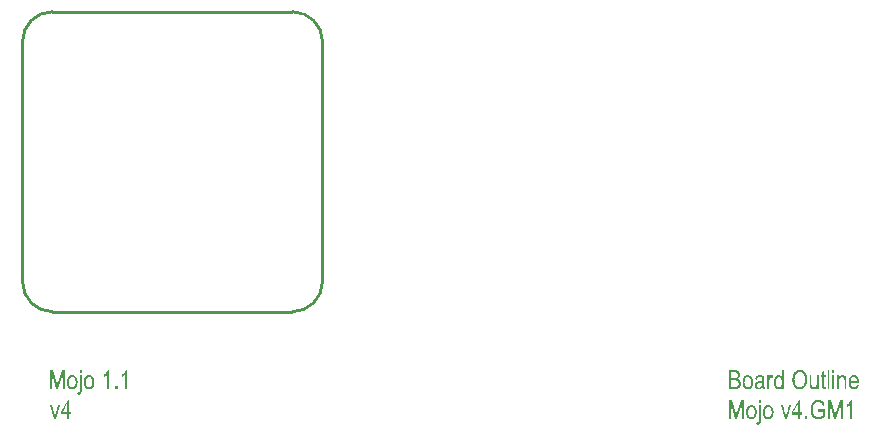
<source format=gm1>
G04*
G04 #@! TF.GenerationSoftware,Altium Limited,Altium Designer,24.5.2 (23)*
G04*
G04 Layer_Color=10921648*
%FSLAX25Y25*%
%MOIN*%
G70*
G04*
G04 #@! TF.SameCoordinates,14D8FD4F-CE48-4F7E-93F5-DD934605E96C*
G04*
G04*
G04 #@! TF.FilePolarity,Positive*
G04*
G01*
G75*
%ADD42C,0.01000*%
G36*
X246110Y-30393D02*
X245477D01*
Y-29492D01*
X246110D01*
Y-30393D01*
D02*
G37*
G36*
X265389Y-29386D02*
X265436D01*
X265496Y-29391D01*
X265560Y-29400D01*
X265630Y-29409D01*
X265704Y-29418D01*
X265787Y-29432D01*
X265953Y-29469D01*
X266119Y-29525D01*
X266202Y-29557D01*
X266286Y-29594D01*
X266290Y-29599D01*
X266304Y-29603D01*
X266327Y-29617D01*
X266355Y-29631D01*
X266392Y-29654D01*
X266434Y-29682D01*
X266480Y-29714D01*
X266535Y-29746D01*
X266646Y-29834D01*
X266761Y-29936D01*
X266877Y-30056D01*
X266988Y-30195D01*
X266992Y-30199D01*
X267002Y-30213D01*
X267016Y-30236D01*
X267034Y-30264D01*
X267057Y-30305D01*
X267085Y-30351D01*
X267113Y-30407D01*
X267145Y-30472D01*
X267177Y-30541D01*
X267210Y-30619D01*
X267247Y-30707D01*
X267279Y-30804D01*
X267316Y-30906D01*
X267348Y-31012D01*
X267376Y-31128D01*
X267404Y-31252D01*
X266789Y-31460D01*
Y-31456D01*
X266785Y-31437D01*
X266775Y-31409D01*
X266766Y-31373D01*
X266757Y-31331D01*
X266738Y-31280D01*
X266724Y-31220D01*
X266701Y-31160D01*
X266660Y-31031D01*
X266604Y-30901D01*
X266544Y-30777D01*
X266512Y-30716D01*
X266475Y-30666D01*
Y-30661D01*
X266466Y-30652D01*
X266457Y-30638D01*
X266443Y-30624D01*
X266396Y-30573D01*
X266341Y-30513D01*
X266267Y-30449D01*
X266184Y-30379D01*
X266082Y-30310D01*
X265971Y-30250D01*
X265967D01*
X265958Y-30245D01*
X265939Y-30236D01*
X265916Y-30227D01*
X265888Y-30213D01*
X265851Y-30204D01*
X265814Y-30190D01*
X265768Y-30171D01*
X265667Y-30144D01*
X265546Y-30121D01*
X265417Y-30102D01*
X265279Y-30097D01*
X265223D01*
X265186Y-30102D01*
X265135Y-30107D01*
X265080Y-30111D01*
X265015Y-30121D01*
X264946Y-30130D01*
X264872Y-30148D01*
X264793Y-30167D01*
X264715Y-30185D01*
X264632Y-30213D01*
X264548Y-30245D01*
X264465Y-30282D01*
X264387Y-30324D01*
X264308Y-30375D01*
X264304Y-30379D01*
X264290Y-30389D01*
X264271Y-30402D01*
X264239Y-30426D01*
X264207Y-30453D01*
X264165Y-30490D01*
X264124Y-30532D01*
X264073Y-30582D01*
X264022Y-30638D01*
X263971Y-30703D01*
X263916Y-30772D01*
X263860Y-30846D01*
X263805Y-30934D01*
X263754Y-31021D01*
X263703Y-31119D01*
X263652Y-31225D01*
X263648Y-31229D01*
X263643Y-31252D01*
X263629Y-31285D01*
X263615Y-31326D01*
X263597Y-31382D01*
X263574Y-31451D01*
X263551Y-31530D01*
X263532Y-31617D01*
X263509Y-31714D01*
X263486Y-31821D01*
X263463Y-31936D01*
X263444Y-32061D01*
X263431Y-32190D01*
X263417Y-32333D01*
X263412Y-32477D01*
X263407Y-32629D01*
Y-32634D01*
Y-32643D01*
Y-32662D01*
Y-32685D01*
Y-32712D01*
X263412Y-32749D01*
Y-32791D01*
X263417Y-32837D01*
X263421Y-32888D01*
X263426Y-32943D01*
X263435Y-33064D01*
X263454Y-33198D01*
X263472Y-33341D01*
X263500Y-33493D01*
X263537Y-33650D01*
X263578Y-33807D01*
X263629Y-33964D01*
X263689Y-34117D01*
X263758Y-34265D01*
X263842Y-34403D01*
X263934Y-34528D01*
X263939Y-34533D01*
X263957Y-34556D01*
X263989Y-34588D01*
X264031Y-34625D01*
X264082Y-34676D01*
X264147Y-34727D01*
X264220Y-34782D01*
X264304Y-34842D01*
X264401Y-34902D01*
X264502Y-34958D01*
X264618Y-35008D01*
X264738Y-35059D01*
X264872Y-35096D01*
X265010Y-35129D01*
X265158Y-35147D01*
X265311Y-35156D01*
X265352D01*
X265380Y-35152D01*
X265417D01*
X265463Y-35147D01*
X265510Y-35142D01*
X265565Y-35133D01*
X265625Y-35124D01*
X265690Y-35110D01*
X265833Y-35078D01*
X265981Y-35032D01*
X266138Y-34967D01*
X266142Y-34962D01*
X266156Y-34958D01*
X266179Y-34948D01*
X266207Y-34930D01*
X266244Y-34912D01*
X266286Y-34893D01*
X266332Y-34865D01*
X266383Y-34838D01*
X266489Y-34768D01*
X266604Y-34690D01*
X266715Y-34602D01*
X266817Y-34505D01*
Y-33327D01*
X265297D01*
Y-32583D01*
X267487Y-32578D01*
Y-34925D01*
X267482Y-34930D01*
X267464Y-34948D01*
X267436Y-34971D01*
X267399Y-35004D01*
X267353Y-35045D01*
X267297Y-35092D01*
X267237Y-35147D01*
X267168Y-35203D01*
X267094Y-35258D01*
X267011Y-35323D01*
X266923Y-35383D01*
X266835Y-35443D01*
X266641Y-35563D01*
X266544Y-35614D01*
X266443Y-35664D01*
X266438Y-35669D01*
X266420Y-35674D01*
X266392Y-35688D01*
X266350Y-35702D01*
X266300Y-35720D01*
X266244Y-35743D01*
X266179Y-35766D01*
X266106Y-35785D01*
X266022Y-35808D01*
X265939Y-35831D01*
X265847Y-35854D01*
X265750Y-35872D01*
X265551Y-35900D01*
X265445Y-35905D01*
X265338Y-35909D01*
X265306D01*
X265265Y-35905D01*
X265209D01*
X265144Y-35895D01*
X265066Y-35891D01*
X264983Y-35877D01*
X264886Y-35863D01*
X264784Y-35840D01*
X264673Y-35817D01*
X264562Y-35785D01*
X264447Y-35748D01*
X264331Y-35706D01*
X264216Y-35655D01*
X264100Y-35595D01*
X263985Y-35531D01*
X263980Y-35526D01*
X263957Y-35512D01*
X263929Y-35489D01*
X263888Y-35461D01*
X263837Y-35420D01*
X263782Y-35373D01*
X263717Y-35313D01*
X263648Y-35249D01*
X263574Y-35175D01*
X263495Y-35096D01*
X263417Y-35004D01*
X263338Y-34907D01*
X263264Y-34796D01*
X263186Y-34681D01*
X263116Y-34560D01*
X263047Y-34426D01*
X263042Y-34417D01*
X263033Y-34394D01*
X263015Y-34352D01*
X262992Y-34297D01*
X262968Y-34228D01*
X262936Y-34140D01*
X262908Y-34043D01*
X262876Y-33932D01*
X262844Y-33812D01*
X262811Y-33678D01*
X262779Y-33535D01*
X262756Y-33382D01*
X262733Y-33221D01*
X262714Y-33045D01*
X262705Y-32865D01*
X262701Y-32680D01*
Y-32675D01*
Y-32666D01*
Y-32652D01*
Y-32634D01*
Y-32611D01*
X262705Y-32578D01*
Y-32546D01*
Y-32504D01*
X262710Y-32417D01*
X262719Y-32310D01*
X262728Y-32195D01*
X262742Y-32066D01*
X262761Y-31932D01*
X262784Y-31784D01*
X262811Y-31636D01*
X262848Y-31483D01*
X262885Y-31331D01*
X262931Y-31174D01*
X262987Y-31026D01*
X263047Y-30878D01*
X263052Y-30869D01*
X263061Y-30846D01*
X263084Y-30804D01*
X263112Y-30753D01*
X263144Y-30689D01*
X263186Y-30615D01*
X263236Y-30536D01*
X263292Y-30449D01*
X263352Y-30356D01*
X263421Y-30264D01*
X263495Y-30171D01*
X263578Y-30079D01*
X263666Y-29987D01*
X263758Y-29899D01*
X263856Y-29820D01*
X263957Y-29746D01*
X263962Y-29742D01*
X263985Y-29732D01*
X264013Y-29714D01*
X264059Y-29691D01*
X264110Y-29663D01*
X264174Y-29631D01*
X264253Y-29599D01*
X264336Y-29561D01*
X264428Y-29529D01*
X264530Y-29497D01*
X264641Y-29465D01*
X264756Y-29437D01*
X264881Y-29414D01*
X265015Y-29395D01*
X265149Y-29386D01*
X265292Y-29381D01*
X265348D01*
X265389Y-29386D01*
D02*
G37*
G36*
X254759Y-35803D02*
X254163D01*
X252740Y-31234D01*
X253414D01*
X254218Y-33969D01*
Y-33974D01*
X254223Y-33988D01*
X254232Y-34015D01*
X254241Y-34048D01*
X254255Y-34089D01*
X254269Y-34140D01*
X254283Y-34195D01*
X254301Y-34260D01*
X254320Y-34325D01*
X254338Y-34399D01*
X254380Y-34556D01*
X254417Y-34718D01*
X254458Y-34888D01*
Y-34884D01*
X254463Y-34870D01*
X254468Y-34851D01*
X254472Y-34824D01*
X254482Y-34791D01*
X254491Y-34750D01*
X254505Y-34699D01*
X254519Y-34644D01*
X254532Y-34584D01*
X254551Y-34519D01*
X254569Y-34449D01*
X254592Y-34371D01*
X254615Y-34292D01*
X254639Y-34205D01*
X254689Y-34025D01*
X255530Y-31234D01*
X256182D01*
X254759Y-35803D01*
D02*
G37*
G36*
X273400Y-35803D02*
X272740D01*
Y-30523D01*
X271234Y-35803D01*
X270615D01*
X269122Y-30435D01*
Y-35803D01*
X268462D01*
Y-29492D01*
X269492D01*
X270716Y-33964D01*
X270961Y-34898D01*
Y-34893D01*
X270966Y-34879D01*
X270970Y-34861D01*
X270980Y-34833D01*
X270989Y-34796D01*
X270998Y-34750D01*
X271017Y-34699D01*
X271030Y-34639D01*
X271049Y-34570D01*
X271067Y-34496D01*
X271090Y-34413D01*
X271118Y-34325D01*
X271146Y-34223D01*
X271174Y-34117D01*
X271206Y-34006D01*
X271238Y-33886D01*
X272476Y-29492D01*
X273400D01*
Y-35803D01*
D02*
G37*
G36*
X240451Y-35803D02*
X239790D01*
Y-30523D01*
X238284Y-35803D01*
X237665D01*
X236173Y-30435D01*
Y-35803D01*
X235512D01*
Y-29492D01*
X236542D01*
X237766Y-33964D01*
X238011Y-34898D01*
Y-34893D01*
X238016Y-34879D01*
X238020Y-34861D01*
X238030Y-34833D01*
X238039Y-34796D01*
X238048Y-34750D01*
X238067Y-34699D01*
X238081Y-34639D01*
X238099Y-34570D01*
X238118Y-34496D01*
X238141Y-34413D01*
X238168Y-34325D01*
X238196Y-34223D01*
X238224Y-34117D01*
X238256Y-34006D01*
X238288Y-33886D01*
X239527Y-29492D01*
X240451D01*
Y-35803D01*
D02*
G37*
G36*
X276625Y-35803D02*
X275988D01*
Y-30869D01*
X275983Y-30874D01*
X275978Y-30878D01*
X275964Y-30897D01*
X275946Y-30915D01*
X275923Y-30938D01*
X275900Y-30966D01*
X275831Y-31031D01*
X275747Y-31114D01*
X275646Y-31202D01*
X275530Y-31299D01*
X275396Y-31400D01*
X275392Y-31405D01*
X275378Y-31414D01*
X275359Y-31428D01*
X275332Y-31442D01*
X275299Y-31465D01*
X275262Y-31493D01*
X275221Y-31520D01*
X275174Y-31553D01*
X275068Y-31617D01*
X274953Y-31682D01*
X274837Y-31747D01*
X274717Y-31802D01*
Y-31054D01*
X274722Y-31049D01*
X274740Y-31040D01*
X274768Y-31021D01*
X274805Y-30998D01*
X274851Y-30971D01*
X274902Y-30934D01*
X274962Y-30897D01*
X275027Y-30850D01*
X275101Y-30800D01*
X275174Y-30744D01*
X275327Y-30615D01*
X275484Y-30476D01*
X275641Y-30319D01*
X275646Y-30315D01*
X275660Y-30301D01*
X275678Y-30278D01*
X275706Y-30245D01*
X275743Y-30204D01*
X275780Y-30158D01*
X275821Y-30107D01*
X275863Y-30051D01*
X275909Y-29987D01*
X275960Y-29922D01*
X276052Y-29779D01*
X276140Y-29626D01*
X276177Y-29548D01*
X276209Y-29469D01*
X276625D01*
Y-35803D01*
D02*
G37*
G36*
X261680Y-35803D02*
X260954D01*
Y-34921D01*
X261680D01*
Y-35803D01*
D02*
G37*
G36*
X259231Y-33581D02*
X259933D01*
Y-34292D01*
X259231D01*
Y-35803D01*
X258593D01*
Y-34292D01*
X256353D01*
Y-33581D01*
X258709Y-29492D01*
X259231D01*
Y-33581D01*
D02*
G37*
G36*
X248679Y-31137D02*
X248730Y-31142D01*
X248794Y-31151D01*
X248868Y-31165D01*
X248951Y-31183D01*
X249044Y-31206D01*
X249141Y-31239D01*
X249238Y-31280D01*
X249344Y-31331D01*
X249450Y-31386D01*
X249557Y-31456D01*
X249658Y-31539D01*
X249760Y-31631D01*
X249857Y-31738D01*
X249862Y-31742D01*
X249880Y-31765D01*
X249903Y-31802D01*
X249935Y-31848D01*
X249972Y-31913D01*
X250019Y-31987D01*
X250060Y-32075D01*
X250111Y-32181D01*
X250157Y-32297D01*
X250203Y-32426D01*
X250245Y-32569D01*
X250282Y-32722D01*
X250314Y-32893D01*
X250337Y-33073D01*
X250356Y-33267D01*
X250360Y-33475D01*
Y-33479D01*
Y-33489D01*
Y-33507D01*
Y-33530D01*
Y-33558D01*
X250356Y-33590D01*
Y-33632D01*
X250351Y-33678D01*
X250347Y-33780D01*
X250333Y-33895D01*
X250319Y-34025D01*
X250300Y-34168D01*
X250273Y-34315D01*
X250240Y-34463D01*
X250199Y-34616D01*
X250148Y-34768D01*
X250093Y-34916D01*
X250028Y-35059D01*
X249949Y-35189D01*
X249862Y-35309D01*
X249857Y-35313D01*
X249838Y-35337D01*
X249811Y-35364D01*
X249774Y-35401D01*
X249723Y-35447D01*
X249663Y-35498D01*
X249598Y-35554D01*
X249520Y-35609D01*
X249432Y-35665D01*
X249340Y-35720D01*
X249233Y-35771D01*
X249122Y-35817D01*
X249002Y-35854D01*
X248878Y-35882D01*
X248744Y-35905D01*
X248605Y-35909D01*
X248573D01*
X248531Y-35905D01*
X248480Y-35900D01*
X248415Y-35891D01*
X248342Y-35877D01*
X248258Y-35859D01*
X248166Y-35835D01*
X248069Y-35803D01*
X247967Y-35762D01*
X247861Y-35715D01*
X247759Y-35655D01*
X247653Y-35586D01*
X247547Y-35508D01*
X247445Y-35415D01*
X247348Y-35309D01*
X247344Y-35300D01*
X247325Y-35281D01*
X247302Y-35244D01*
X247270Y-35193D01*
X247233Y-35133D01*
X247191Y-35055D01*
X247145Y-34962D01*
X247099Y-34856D01*
X247053Y-34741D01*
X247006Y-34607D01*
X246965Y-34459D01*
X246928Y-34297D01*
X246896Y-34126D01*
X246872Y-33937D01*
X246854Y-33738D01*
X246849Y-33521D01*
Y-33516D01*
Y-33507D01*
Y-33493D01*
Y-33470D01*
Y-33442D01*
X246854Y-33405D01*
Y-33368D01*
X246859Y-33327D01*
X246863Y-33230D01*
X246877Y-33114D01*
X246891Y-32990D01*
X246909Y-32856D01*
X246937Y-32712D01*
X246969Y-32564D01*
X247011Y-32417D01*
X247057Y-32269D01*
X247113Y-32126D01*
X247182Y-31987D01*
X247256Y-31858D01*
X247344Y-31738D01*
X247348Y-31728D01*
X247367Y-31710D01*
X247394Y-31682D01*
X247431Y-31640D01*
X247482Y-31599D01*
X247542Y-31548D01*
X247612Y-31493D01*
X247690Y-31433D01*
X247773Y-31377D01*
X247870Y-31322D01*
X247977Y-31271D01*
X248087Y-31225D01*
X248208Y-31188D01*
X248332Y-31160D01*
X248466Y-31137D01*
X248605Y-31132D01*
X248637D01*
X248679Y-31137D01*
D02*
G37*
G36*
X243052D02*
X243103Y-31142D01*
X243167Y-31151D01*
X243241Y-31165D01*
X243324Y-31183D01*
X243417Y-31206D01*
X243514Y-31239D01*
X243611Y-31280D01*
X243717Y-31331D01*
X243823Y-31386D01*
X243929Y-31456D01*
X244031Y-31539D01*
X244133Y-31631D01*
X244230Y-31738D01*
X244234Y-31742D01*
X244253Y-31765D01*
X244276Y-31802D01*
X244308Y-31848D01*
X244345Y-31913D01*
X244391Y-31987D01*
X244433Y-32075D01*
X244484Y-32181D01*
X244530Y-32297D01*
X244576Y-32426D01*
X244618Y-32569D01*
X244655Y-32722D01*
X244687Y-32893D01*
X244710Y-33073D01*
X244729Y-33267D01*
X244733Y-33475D01*
Y-33479D01*
Y-33489D01*
Y-33507D01*
Y-33530D01*
Y-33558D01*
X244729Y-33590D01*
Y-33632D01*
X244724Y-33678D01*
X244720Y-33780D01*
X244706Y-33895D01*
X244692Y-34025D01*
X244673Y-34168D01*
X244646Y-34315D01*
X244613Y-34463D01*
X244572Y-34616D01*
X244521Y-34768D01*
X244465Y-34916D01*
X244401Y-35059D01*
X244322Y-35189D01*
X244234Y-35309D01*
X244230Y-35313D01*
X244211Y-35337D01*
X244184Y-35364D01*
X244147Y-35401D01*
X244096Y-35447D01*
X244036Y-35498D01*
X243971Y-35554D01*
X243893Y-35609D01*
X243805Y-35665D01*
X243712Y-35720D01*
X243606Y-35771D01*
X243495Y-35817D01*
X243375Y-35854D01*
X243250Y-35882D01*
X243116Y-35905D01*
X242978Y-35909D01*
X242945D01*
X242904Y-35905D01*
X242853Y-35900D01*
X242788Y-35891D01*
X242714Y-35877D01*
X242631Y-35859D01*
X242539Y-35835D01*
X242442Y-35803D01*
X242340Y-35762D01*
X242234Y-35715D01*
X242132Y-35655D01*
X242026Y-35586D01*
X241920Y-35508D01*
X241818Y-35415D01*
X241721Y-35309D01*
X241717Y-35300D01*
X241698Y-35281D01*
X241675Y-35244D01*
X241642Y-35193D01*
X241606Y-35133D01*
X241564Y-35055D01*
X241518Y-34962D01*
X241472Y-34856D01*
X241425Y-34741D01*
X241379Y-34607D01*
X241338Y-34459D01*
X241301Y-34297D01*
X241268Y-34126D01*
X241245Y-33937D01*
X241227Y-33738D01*
X241222Y-33521D01*
Y-33516D01*
Y-33507D01*
Y-33493D01*
Y-33470D01*
Y-33442D01*
X241227Y-33405D01*
Y-33368D01*
X241231Y-33327D01*
X241236Y-33230D01*
X241250Y-33114D01*
X241264Y-32990D01*
X241282Y-32856D01*
X241310Y-32712D01*
X241342Y-32564D01*
X241384Y-32417D01*
X241430Y-32269D01*
X241486Y-32126D01*
X241555Y-31987D01*
X241629Y-31858D01*
X241717Y-31738D01*
X241721Y-31728D01*
X241740Y-31710D01*
X241767Y-31682D01*
X241804Y-31640D01*
X241855Y-31599D01*
X241915Y-31548D01*
X241984Y-31493D01*
X242063Y-31433D01*
X242146Y-31377D01*
X242243Y-31322D01*
X242349Y-31271D01*
X242460Y-31225D01*
X242580Y-31188D01*
X242705Y-31160D01*
X242839Y-31137D01*
X242978Y-31132D01*
X243010D01*
X243052Y-31137D01*
D02*
G37*
G36*
X246110Y-36048D02*
Y-36053D01*
Y-36057D01*
Y-36071D01*
Y-36090D01*
Y-36136D01*
X246106Y-36200D01*
X246101Y-36274D01*
X246096Y-36362D01*
X246092Y-36455D01*
X246082Y-36556D01*
X246050Y-36769D01*
X246032Y-36875D01*
X246008Y-36977D01*
X245981Y-37074D01*
X245948Y-37166D01*
X245911Y-37249D01*
X245870Y-37319D01*
X245865Y-37323D01*
X245861Y-37332D01*
X245847Y-37351D01*
X245824Y-37369D01*
X245801Y-37397D01*
X245768Y-37425D01*
X245736Y-37457D01*
X245694Y-37485D01*
X245648Y-37517D01*
X245593Y-37549D01*
X245537Y-37577D01*
X245473Y-37605D01*
X245408Y-37623D01*
X245334Y-37642D01*
X245255Y-37651D01*
X245172Y-37656D01*
X245131D01*
X245080Y-37651D01*
X245015Y-37646D01*
X244937Y-37637D01*
X244853Y-37619D01*
X244766Y-37600D01*
X244673Y-37573D01*
X244793Y-36912D01*
X244803Y-36917D01*
X244826Y-36921D01*
X244858Y-36930D01*
X244900Y-36944D01*
X244951Y-36958D01*
X244997Y-36967D01*
X245047Y-36972D01*
X245089Y-36977D01*
X245098D01*
X245121Y-36972D01*
X245158Y-36967D01*
X245200Y-36958D01*
X245246Y-36935D01*
X245297Y-36907D01*
X245343Y-36870D01*
X245380Y-36815D01*
X245385Y-36806D01*
X245389Y-36796D01*
X245394Y-36783D01*
X245403Y-36759D01*
X245412Y-36732D01*
X245422Y-36699D01*
X245431Y-36658D01*
X245436Y-36612D01*
X245445Y-36556D01*
X245454Y-36492D01*
X245463Y-36418D01*
X245468Y-36339D01*
X245473Y-36247D01*
X245477Y-36145D01*
Y-36034D01*
Y-31234D01*
X246110D01*
Y-36048D01*
D02*
G37*
G36*
X270638Y-20384D02*
X270005D01*
Y-19492D01*
X270638D01*
Y-20384D01*
D02*
G37*
G36*
X253729Y-25803D02*
X253133D01*
Y-25235D01*
X253123Y-25244D01*
X253114Y-25263D01*
X253100Y-25286D01*
X253082Y-25313D01*
X253063Y-25346D01*
X253012Y-25420D01*
X252948Y-25498D01*
X252869Y-25586D01*
X252781Y-25665D01*
X252684Y-25738D01*
X252680D01*
X252671Y-25748D01*
X252657Y-25752D01*
X252638Y-25766D01*
X252615Y-25780D01*
X252583Y-25794D01*
X252513Y-25822D01*
X252426Y-25854D01*
X252324Y-25882D01*
X252218Y-25900D01*
X252102Y-25909D01*
X252075D01*
X252038Y-25905D01*
X251991Y-25900D01*
X251936Y-25891D01*
X251867Y-25877D01*
X251793Y-25859D01*
X251710Y-25831D01*
X251626Y-25798D01*
X251534Y-25757D01*
X251437Y-25706D01*
X251340Y-25646D01*
X251243Y-25577D01*
X251146Y-25494D01*
X251049Y-25397D01*
X250957Y-25286D01*
X250952Y-25276D01*
X250938Y-25258D01*
X250910Y-25221D01*
X250883Y-25170D01*
X250846Y-25106D01*
X250804Y-25027D01*
X250762Y-24935D01*
X250716Y-24828D01*
X250670Y-24713D01*
X250628Y-24579D01*
X250587Y-24436D01*
X250550Y-24274D01*
X250522Y-24108D01*
X250499Y-23923D01*
X250481Y-23729D01*
X250476Y-23521D01*
Y-23512D01*
Y-23489D01*
Y-23447D01*
X250481Y-23392D01*
Y-23322D01*
X250485Y-23248D01*
X250495Y-23160D01*
X250504Y-23064D01*
X250513Y-22962D01*
X250527Y-22860D01*
X250564Y-22638D01*
X250619Y-22417D01*
X250652Y-22306D01*
X250689Y-22204D01*
X250693Y-22199D01*
X250698Y-22181D01*
X250712Y-22153D01*
X250726Y-22116D01*
X250749Y-22070D01*
X250776Y-22019D01*
X250804Y-21959D01*
X250841Y-21899D01*
X250924Y-21765D01*
X251021Y-21631D01*
X251132Y-21507D01*
X251197Y-21447D01*
X251261Y-21396D01*
X251266Y-21391D01*
X251280Y-21386D01*
X251298Y-21373D01*
X251326Y-21354D01*
X251358Y-21336D01*
X251400Y-21313D01*
X251446Y-21289D01*
X251497Y-21262D01*
X251552Y-21239D01*
X251612Y-21215D01*
X251751Y-21174D01*
X251820Y-21155D01*
X251899Y-21142D01*
X251977Y-21137D01*
X252056Y-21132D01*
X252088D01*
X252112Y-21137D01*
X252139D01*
X252171Y-21142D01*
X252245Y-21151D01*
X252338Y-21174D01*
X252435Y-21202D01*
X252537Y-21243D01*
X252638Y-21299D01*
X252643D01*
X252652Y-21308D01*
X252666Y-21317D01*
X252684Y-21331D01*
X252730Y-21368D01*
X252795Y-21419D01*
X252865Y-21483D01*
X252939Y-21567D01*
X253017Y-21659D01*
X253086Y-21765D01*
Y-19492D01*
X253729D01*
Y-25803D01*
D02*
G37*
G36*
X273451Y-21137D02*
X273479D01*
X273553Y-21146D01*
X273641Y-21160D01*
X273733Y-21183D01*
X273830Y-21211D01*
X273927Y-21252D01*
X273932D01*
X273941Y-21257D01*
X273950Y-21266D01*
X273969Y-21275D01*
X274020Y-21299D01*
X274075Y-21336D01*
X274144Y-21382D01*
X274214Y-21437D01*
X274278Y-21497D01*
X274343Y-21567D01*
X274352Y-21576D01*
X274371Y-21599D01*
X274398Y-21641D01*
X274431Y-21701D01*
X274468Y-21770D01*
X274509Y-21853D01*
X274546Y-21950D01*
X274578Y-22061D01*
Y-22066D01*
X274583Y-22075D01*
X274588Y-22093D01*
X274592Y-22116D01*
X274597Y-22149D01*
X274602Y-22190D01*
X274611Y-22237D01*
X274620Y-22292D01*
X274625Y-22357D01*
X274634Y-22426D01*
X274639Y-22500D01*
X274643Y-22583D01*
X274648Y-22675D01*
X274652Y-22777D01*
X274657Y-22883D01*
Y-22999D01*
Y-25803D01*
X274024D01*
Y-23022D01*
Y-23017D01*
Y-22999D01*
Y-22976D01*
Y-22939D01*
X274020Y-22897D01*
Y-22851D01*
X274015Y-22795D01*
Y-22740D01*
X274001Y-22620D01*
X273987Y-22500D01*
X273964Y-22384D01*
X273950Y-22333D01*
X273936Y-22287D01*
Y-22283D01*
X273932Y-22278D01*
X273918Y-22250D01*
X273899Y-22204D01*
X273872Y-22153D01*
X273830Y-22098D01*
X273784Y-22038D01*
X273728Y-21978D01*
X273664Y-21927D01*
X273655Y-21922D01*
X273631Y-21908D01*
X273594Y-21885D01*
X273544Y-21862D01*
X273484Y-21839D01*
X273410Y-21816D01*
X273331Y-21802D01*
X273243Y-21798D01*
X273202D01*
X273169Y-21802D01*
X273128Y-21807D01*
X273086Y-21816D01*
X273035Y-21825D01*
X272980Y-21839D01*
X272925Y-21858D01*
X272865Y-21881D01*
X272804Y-21908D01*
X272744Y-21941D01*
X272684Y-21982D01*
X272624Y-22029D01*
X272569Y-22079D01*
X272513Y-22140D01*
X272509Y-22144D01*
X272504Y-22153D01*
X272490Y-22176D01*
X272472Y-22204D01*
X272453Y-22246D01*
X272430Y-22292D01*
X272403Y-22347D01*
X272379Y-22412D01*
X272356Y-22491D01*
X272329Y-22574D01*
X272305Y-22671D01*
X272287Y-22777D01*
X272269Y-22893D01*
X272259Y-23022D01*
X272250Y-23160D01*
X272245Y-23308D01*
Y-25803D01*
X271613D01*
Y-21234D01*
X272185D01*
Y-21881D01*
X272190Y-21876D01*
X272195Y-21862D01*
X272208Y-21844D01*
X272222Y-21821D01*
X272241Y-21788D01*
X272264Y-21751D01*
X272324Y-21668D01*
X272398Y-21580D01*
X272481Y-21488D01*
X272578Y-21400D01*
X272684Y-21322D01*
X272689D01*
X272698Y-21313D01*
X272717Y-21303D01*
X272740Y-21294D01*
X272767Y-21275D01*
X272800Y-21262D01*
X272841Y-21243D01*
X272883Y-21225D01*
X272985Y-21192D01*
X273100Y-21160D01*
X273234Y-21142D01*
X273373Y-21132D01*
X273424D01*
X273451Y-21137D01*
D02*
G37*
G36*
X249746Y-21137D02*
X249774Y-21142D01*
X249811Y-21146D01*
X249848Y-21151D01*
X249894Y-21165D01*
X249991Y-21192D01*
X250102Y-21239D01*
X250157Y-21266D01*
X250217Y-21299D01*
X250282Y-21336D01*
X250342Y-21382D01*
X250125Y-22103D01*
X250120D01*
X250116Y-22093D01*
X250102Y-22089D01*
X250083Y-22075D01*
X250037Y-22047D01*
X249977Y-22015D01*
X249908Y-21987D01*
X249829Y-21959D01*
X249746Y-21941D01*
X249663Y-21932D01*
X249630D01*
X249589Y-21941D01*
X249538Y-21950D01*
X249483Y-21969D01*
X249418Y-21992D01*
X249353Y-22029D01*
X249289Y-22075D01*
X249279Y-22079D01*
X249261Y-22103D01*
X249233Y-22135D01*
X249196Y-22176D01*
X249159Y-22237D01*
X249122Y-22301D01*
X249085Y-22380D01*
X249058Y-22472D01*
Y-22477D01*
X249053Y-22491D01*
X249048Y-22518D01*
X249039Y-22551D01*
X249030Y-22592D01*
X249021Y-22638D01*
X249007Y-22694D01*
X248998Y-22754D01*
X248988Y-22823D01*
X248974Y-22897D01*
X248965Y-22976D01*
X248956Y-23059D01*
X248942Y-23230D01*
X248938Y-23415D01*
Y-25803D01*
X248305D01*
Y-21234D01*
X248878D01*
Y-21932D01*
X248882Y-21927D01*
X248887Y-21908D01*
X248901Y-21885D01*
X248914Y-21853D01*
X248933Y-21816D01*
X248956Y-21770D01*
X249007Y-21668D01*
X249072Y-21562D01*
X249136Y-21456D01*
X249173Y-21405D01*
X249205Y-21363D01*
X249242Y-21322D01*
X249275Y-21289D01*
X249284Y-21285D01*
X249307Y-21266D01*
X249344Y-21239D01*
X249395Y-21211D01*
X249460Y-21183D01*
X249529Y-21155D01*
X249607Y-21137D01*
X249691Y-21132D01*
X249723D01*
X249746Y-21137D01*
D02*
G37*
G36*
X265389Y-25803D02*
X264821D01*
Y-25138D01*
X264816Y-25142D01*
X264812Y-25156D01*
X264798Y-25175D01*
X264784Y-25203D01*
X264761Y-25235D01*
X264733Y-25272D01*
X264673Y-25355D01*
X264595Y-25452D01*
X264507Y-25549D01*
X264410Y-25637D01*
X264299Y-25720D01*
X264294D01*
X264285Y-25729D01*
X264271Y-25738D01*
X264248Y-25748D01*
X264220Y-25762D01*
X264188Y-25780D01*
X264147Y-25798D01*
X264105Y-25812D01*
X264008Y-25849D01*
X263893Y-25882D01*
X263768Y-25900D01*
X263629Y-25909D01*
X263588D01*
X263555Y-25905D01*
X263518Y-25900D01*
X263472Y-25896D01*
X263421Y-25891D01*
X263370Y-25882D01*
X263250Y-25854D01*
X263121Y-25808D01*
X263056Y-25785D01*
X262996Y-25752D01*
X262931Y-25715D01*
X262872Y-25674D01*
X262867Y-25669D01*
X262858Y-25665D01*
X262844Y-25651D01*
X262821Y-25632D01*
X262797Y-25605D01*
X262765Y-25577D01*
X262701Y-25508D01*
X262631Y-25420D01*
X262562Y-25318D01*
X262502Y-25198D01*
X262474Y-25133D01*
X262451Y-25069D01*
Y-25064D01*
X262446Y-25050D01*
X262442Y-25032D01*
X262437Y-24999D01*
X262428Y-24962D01*
X262419Y-24921D01*
X262409Y-24865D01*
X262400Y-24805D01*
X262391Y-24740D01*
X262382Y-24667D01*
X262372Y-24584D01*
X262363Y-24496D01*
X262359Y-24399D01*
X262354Y-24297D01*
X262349Y-24186D01*
Y-24071D01*
Y-21234D01*
X262982D01*
Y-23775D01*
Y-23784D01*
Y-23807D01*
Y-23840D01*
Y-23890D01*
Y-23946D01*
X262987Y-24011D01*
Y-24084D01*
X262992Y-24158D01*
X263001Y-24316D01*
X263010Y-24473D01*
X263019Y-24546D01*
X263029Y-24611D01*
X263038Y-24671D01*
X263052Y-24722D01*
Y-24727D01*
X263056Y-24731D01*
X263066Y-24759D01*
X263084Y-24805D01*
X263112Y-24856D01*
X263144Y-24916D01*
X263190Y-24981D01*
X263246Y-25045D01*
X263310Y-25101D01*
X263320Y-25106D01*
X263343Y-25124D01*
X263384Y-25147D01*
X263440Y-25170D01*
X263504Y-25198D01*
X263578Y-25221D01*
X263662Y-25240D01*
X263749Y-25244D01*
X263768D01*
X263795Y-25240D01*
X263823D01*
X263865Y-25230D01*
X263911Y-25226D01*
X263962Y-25212D01*
X264013Y-25198D01*
X264073Y-25179D01*
X264133Y-25152D01*
X264197Y-25124D01*
X264258Y-25087D01*
X264322Y-25045D01*
X264382Y-24995D01*
X264442Y-24935D01*
X264498Y-24870D01*
X264502Y-24865D01*
X264507Y-24856D01*
X264521Y-24833D01*
X264539Y-24805D01*
X264558Y-24768D01*
X264576Y-24722D01*
X264599Y-24667D01*
X264627Y-24602D01*
X264650Y-24523D01*
X264673Y-24440D01*
X264692Y-24343D01*
X264710Y-24232D01*
X264729Y-24117D01*
X264742Y-23983D01*
X264747Y-23840D01*
X264752Y-23687D01*
Y-21234D01*
X265389D01*
Y-25803D01*
D02*
G37*
G36*
X270638D02*
X270005D01*
Y-21234D01*
X270638D01*
Y-25803D01*
D02*
G37*
G36*
X269007D02*
X268374D01*
Y-19492D01*
X269007D01*
Y-25803D01*
D02*
G37*
G36*
X245971Y-21137D02*
X246022D01*
X246078Y-21142D01*
X246142Y-21151D01*
X246212Y-21160D01*
X246360Y-21188D01*
X246512Y-21225D01*
X246665Y-21280D01*
X246734Y-21317D01*
X246798Y-21354D01*
X246803Y-21359D01*
X246812Y-21363D01*
X246831Y-21377D01*
X246854Y-21396D01*
X246909Y-21442D01*
X246979Y-21507D01*
X247053Y-21585D01*
X247122Y-21678D01*
X247182Y-21784D01*
X247205Y-21844D01*
X247223Y-21904D01*
Y-21908D01*
X247228Y-21918D01*
X247233Y-21936D01*
X247237Y-21964D01*
X247247Y-22001D01*
X247251Y-22042D01*
X247260Y-22089D01*
X247270Y-22144D01*
X247279Y-22209D01*
X247288Y-22283D01*
X247293Y-22361D01*
X247302Y-22444D01*
X247307Y-22537D01*
X247311Y-22638D01*
X247316Y-22745D01*
Y-22860D01*
Y-23890D01*
Y-23895D01*
Y-23904D01*
Y-23918D01*
Y-23937D01*
Y-23964D01*
Y-23992D01*
Y-24066D01*
Y-24149D01*
Y-24251D01*
X247321Y-24357D01*
Y-24468D01*
X247325Y-24704D01*
X247330Y-24814D01*
Y-24925D01*
X247334Y-25027D01*
X247339Y-25119D01*
X247348Y-25198D01*
Y-25230D01*
X247353Y-25258D01*
Y-25263D01*
Y-25272D01*
X247358Y-25286D01*
X247362Y-25304D01*
X247367Y-25332D01*
X247371Y-25360D01*
X247390Y-25433D01*
X247413Y-25517D01*
X247441Y-25605D01*
X247478Y-25706D01*
X247519Y-25803D01*
X246859D01*
Y-25798D01*
X246854Y-25794D01*
X246849Y-25780D01*
X246840Y-25762D01*
X246835Y-25738D01*
X246822Y-25711D01*
X246803Y-25646D01*
X246780Y-25563D01*
X246757Y-25471D01*
X246738Y-25364D01*
X246725Y-25244D01*
X246720Y-25249D01*
X246711Y-25258D01*
X246692Y-25276D01*
X246669Y-25300D01*
X246641Y-25327D01*
X246604Y-25360D01*
X246568Y-25392D01*
X246521Y-25429D01*
X246424Y-25512D01*
X246309Y-25595D01*
X246189Y-25674D01*
X246059Y-25743D01*
X246055D01*
X246045Y-25752D01*
X246027Y-25757D01*
X245999Y-25771D01*
X245967Y-25780D01*
X245930Y-25794D01*
X245888Y-25812D01*
X245842Y-25826D01*
X245731Y-25859D01*
X245611Y-25882D01*
X245482Y-25900D01*
X245343Y-25909D01*
X245316D01*
X245288Y-25905D01*
X245246D01*
X245195Y-25900D01*
X245140Y-25891D01*
X245075Y-25882D01*
X245006Y-25863D01*
X244932Y-25845D01*
X244858Y-25822D01*
X244779Y-25794D01*
X244701Y-25762D01*
X244627Y-25720D01*
X244549Y-25674D01*
X244479Y-25618D01*
X244410Y-25558D01*
X244405Y-25554D01*
X244396Y-25540D01*
X244378Y-25521D01*
X244355Y-25494D01*
X244331Y-25457D01*
X244299Y-25415D01*
X244271Y-25364D01*
X244239Y-25309D01*
X244207Y-25244D01*
X244174Y-25170D01*
X244142Y-25092D01*
X244119Y-25008D01*
X244096Y-24916D01*
X244077Y-24819D01*
X244068Y-24717D01*
X244063Y-24607D01*
Y-24602D01*
Y-24588D01*
Y-24570D01*
X244068Y-24537D01*
Y-24505D01*
X244073Y-24463D01*
X244077Y-24417D01*
X244082Y-24371D01*
X244105Y-24260D01*
X244133Y-24145D01*
X244170Y-24020D01*
X244225Y-23904D01*
Y-23900D01*
X244234Y-23890D01*
X244244Y-23877D01*
X244253Y-23854D01*
X244290Y-23798D01*
X244341Y-23729D01*
X244405Y-23655D01*
X244479Y-23576D01*
X244567Y-23498D01*
X244669Y-23428D01*
X244673D01*
X244683Y-23419D01*
X244701Y-23410D01*
X244724Y-23401D01*
X244752Y-23387D01*
X244789Y-23368D01*
X244835Y-23350D01*
X244886Y-23332D01*
X244941Y-23308D01*
X245006Y-23290D01*
X245075Y-23267D01*
X245154Y-23244D01*
X245237Y-23225D01*
X245329Y-23207D01*
X245426Y-23188D01*
X245533Y-23170D01*
X245542D01*
X245565Y-23165D01*
X245606Y-23160D01*
X245662Y-23151D01*
X245722Y-23137D01*
X245796Y-23128D01*
X245879Y-23110D01*
X245967Y-23096D01*
X246152Y-23054D01*
X246341Y-23008D01*
X246433Y-22985D01*
X246521Y-22957D01*
X246600Y-22930D01*
X246674Y-22902D01*
X246678Y-22708D01*
Y-22703D01*
Y-22689D01*
Y-22661D01*
X246674Y-22629D01*
Y-22592D01*
X246669Y-22551D01*
X246655Y-22449D01*
X246637Y-22338D01*
X246604Y-22232D01*
X246563Y-22130D01*
X246540Y-22084D01*
X246507Y-22047D01*
X246503Y-22042D01*
X246498Y-22033D01*
X246484Y-22019D01*
X246461Y-22005D01*
X246438Y-21982D01*
X246406Y-21959D01*
X246369Y-21936D01*
X246327Y-21908D01*
X246281Y-21881D01*
X246226Y-21858D01*
X246165Y-21835D01*
X246101Y-21812D01*
X246027Y-21798D01*
X245953Y-21784D01*
X245865Y-21775D01*
X245777Y-21770D01*
X245736D01*
X245704Y-21775D01*
X245667D01*
X245625Y-21779D01*
X245528Y-21793D01*
X245422Y-21816D01*
X245311Y-21848D01*
X245205Y-21895D01*
X245158Y-21922D01*
X245112Y-21955D01*
X245108D01*
X245103Y-21964D01*
X245094Y-21973D01*
X245075Y-21992D01*
X245057Y-22015D01*
X245038Y-22038D01*
X245015Y-22070D01*
X244992Y-22112D01*
X244964Y-22153D01*
X244941Y-22204D01*
X244914Y-22260D01*
X244886Y-22324D01*
X244863Y-22394D01*
X244835Y-22467D01*
X244812Y-22551D01*
X244793Y-22643D01*
X244170Y-22541D01*
Y-22532D01*
X244174Y-22509D01*
X244184Y-22472D01*
X244197Y-22421D01*
X244211Y-22361D01*
X244234Y-22292D01*
X244257Y-22213D01*
X244285Y-22130D01*
X244318Y-22047D01*
X244359Y-21955D01*
X244401Y-21867D01*
X244451Y-21779D01*
X244507Y-21691D01*
X244567Y-21613D01*
X244632Y-21539D01*
X244706Y-21470D01*
X244710Y-21465D01*
X244724Y-21456D01*
X244747Y-21437D01*
X244784Y-21419D01*
X244826Y-21391D01*
X244877Y-21363D01*
X244937Y-21331D01*
X245006Y-21299D01*
X245085Y-21271D01*
X245172Y-21239D01*
X245269Y-21211D01*
X245371Y-21183D01*
X245486Y-21165D01*
X245606Y-21146D01*
X245736Y-21137D01*
X245875Y-21132D01*
X245930D01*
X245971Y-21137D01*
D02*
G37*
G36*
X237545Y-19497D02*
X237595D01*
X237651Y-19501D01*
X237716Y-19506D01*
X237785Y-19515D01*
X237937Y-19538D01*
X238090Y-19571D01*
X238242Y-19617D01*
X238316Y-19645D01*
X238381Y-19677D01*
X238385D01*
X238395Y-19686D01*
X238413Y-19695D01*
X238436Y-19714D01*
X238469Y-19733D01*
X238501Y-19756D01*
X238580Y-19816D01*
X238672Y-19899D01*
X238718Y-19945D01*
X238764Y-19996D01*
X238810Y-20051D01*
X238857Y-20116D01*
X238903Y-20181D01*
X238945Y-20250D01*
X238949Y-20255D01*
X238954Y-20268D01*
X238963Y-20287D01*
X238981Y-20319D01*
X238995Y-20356D01*
X239014Y-20398D01*
X239037Y-20449D01*
X239055Y-20504D01*
X239078Y-20564D01*
X239097Y-20629D01*
X239134Y-20772D01*
X239157Y-20934D01*
X239162Y-21017D01*
X239166Y-21105D01*
Y-21109D01*
Y-21123D01*
Y-21146D01*
X239162Y-21179D01*
Y-21215D01*
X239157Y-21262D01*
X239152Y-21313D01*
X239143Y-21363D01*
X239120Y-21488D01*
X239088Y-21617D01*
X239041Y-21756D01*
X238977Y-21890D01*
Y-21895D01*
X238968Y-21904D01*
X238958Y-21922D01*
X238940Y-21945D01*
X238921Y-21978D01*
X238898Y-22010D01*
X238838Y-22089D01*
X238764Y-22176D01*
X238672Y-22274D01*
X238566Y-22366D01*
X238441Y-22449D01*
X238445D01*
X238459Y-22458D01*
X238482Y-22467D01*
X238515Y-22481D01*
X238552Y-22500D01*
X238598Y-22523D01*
X238649Y-22546D01*
X238700Y-22578D01*
X238755Y-22615D01*
X238815Y-22657D01*
X238871Y-22703D01*
X238931Y-22754D01*
X238991Y-22809D01*
X239046Y-22870D01*
X239102Y-22934D01*
X239152Y-23008D01*
X239157Y-23013D01*
X239162Y-23027D01*
X239176Y-23050D01*
X239194Y-23077D01*
X239212Y-23114D01*
X239235Y-23160D01*
X239259Y-23216D01*
X239286Y-23276D01*
X239310Y-23345D01*
X239333Y-23419D01*
X239356Y-23498D01*
X239374Y-23581D01*
X239393Y-23673D01*
X239406Y-23770D01*
X239411Y-23872D01*
X239416Y-23978D01*
Y-23983D01*
Y-24001D01*
Y-24034D01*
X239411Y-24075D01*
X239406Y-24126D01*
X239402Y-24182D01*
X239397Y-24246D01*
X239388Y-24320D01*
X239374Y-24394D01*
X239360Y-24477D01*
X239319Y-24644D01*
X239291Y-24731D01*
X239259Y-24819D01*
X239222Y-24902D01*
X239180Y-24985D01*
X239176Y-24990D01*
X239171Y-25004D01*
X239157Y-25027D01*
X239139Y-25055D01*
X239115Y-25092D01*
X239083Y-25133D01*
X239051Y-25175D01*
X239014Y-25226D01*
X238921Y-25327D01*
X238815Y-25429D01*
X238690Y-25526D01*
X238626Y-25572D01*
X238552Y-25609D01*
X238547D01*
X238533Y-25618D01*
X238510Y-25628D01*
X238482Y-25641D01*
X238441Y-25655D01*
X238395Y-25669D01*
X238335Y-25688D01*
X238275Y-25706D01*
X238201Y-25725D01*
X238118Y-25743D01*
X238030Y-25757D01*
X237937Y-25771D01*
X237831Y-25785D01*
X237720Y-25794D01*
X237605Y-25798D01*
X237480Y-25803D01*
X235512D01*
Y-19492D01*
X237503D01*
X237545Y-19497D01*
D02*
G37*
G36*
X267154Y-21234D02*
X267796D01*
Y-21835D01*
X267154D01*
Y-24509D01*
Y-24514D01*
Y-24523D01*
Y-24546D01*
Y-24570D01*
Y-24597D01*
X267159Y-24630D01*
X267163Y-24708D01*
X267168Y-24787D01*
X267177Y-24865D01*
X267191Y-24935D01*
X267200Y-24962D01*
X267210Y-24985D01*
X267214Y-24990D01*
X267224Y-25008D01*
X267247Y-25032D01*
X267279Y-25059D01*
X267320Y-25092D01*
X267371Y-25115D01*
X267436Y-25133D01*
X267515Y-25138D01*
X267556D01*
X267588Y-25133D01*
X267630D01*
X267676Y-25124D01*
X267736Y-25119D01*
X267796Y-25110D01*
X267884Y-25794D01*
X267880D01*
X267870Y-25798D01*
X267856D01*
X267838Y-25803D01*
X267792Y-25817D01*
X267727Y-25826D01*
X267653Y-25840D01*
X267575Y-25854D01*
X267491Y-25859D01*
X267408Y-25863D01*
X267353D01*
X267325Y-25859D01*
X267293Y-25854D01*
X267219Y-25845D01*
X267131Y-25831D01*
X267043Y-25808D01*
X266955Y-25775D01*
X266872Y-25734D01*
X266863Y-25729D01*
X266840Y-25711D01*
X266803Y-25683D01*
X266761Y-25641D01*
X266715Y-25591D01*
X266669Y-25531D01*
X266628Y-25457D01*
X266595Y-25378D01*
Y-25374D01*
X266590Y-25369D01*
Y-25350D01*
X266586Y-25332D01*
X266577Y-25304D01*
X266572Y-25267D01*
X266567Y-25226D01*
X266558Y-25179D01*
X266554Y-25119D01*
X266544Y-25055D01*
X266540Y-24981D01*
X266535Y-24898D01*
X266530Y-24805D01*
X266526Y-24704D01*
X266521Y-24588D01*
Y-24468D01*
Y-21835D01*
X266055D01*
Y-21234D01*
X266521D01*
Y-20102D01*
X267154Y-19635D01*
Y-21234D01*
D02*
G37*
G36*
X277235Y-21137D02*
X277286Y-21142D01*
X277350Y-21151D01*
X277420Y-21165D01*
X277503Y-21183D01*
X277591Y-21211D01*
X277683Y-21243D01*
X277780Y-21280D01*
X277882Y-21331D01*
X277983Y-21391D01*
X278085Y-21460D01*
X278187Y-21543D01*
X278284Y-21641D01*
X278376Y-21747D01*
X278381Y-21756D01*
X278399Y-21775D01*
X278422Y-21812D01*
X278450Y-21862D01*
X278487Y-21922D01*
X278529Y-22001D01*
X278575Y-22093D01*
X278621Y-22195D01*
X278663Y-22315D01*
X278709Y-22444D01*
X278750Y-22592D01*
X278787Y-22749D01*
X278815Y-22920D01*
X278843Y-23105D01*
X278857Y-23304D01*
X278861Y-23516D01*
Y-23720D01*
X276066D01*
Y-23729D01*
X276071Y-23752D01*
Y-23793D01*
X276075Y-23844D01*
X276085Y-23909D01*
X276094Y-23983D01*
X276108Y-24066D01*
X276126Y-24154D01*
X276168Y-24343D01*
X276196Y-24440D01*
X276228Y-24537D01*
X276270Y-24630D01*
X276311Y-24722D01*
X276362Y-24805D01*
X276417Y-24884D01*
X276422Y-24888D01*
X276431Y-24902D01*
X276450Y-24921D01*
X276473Y-24944D01*
X276505Y-24972D01*
X276542Y-25008D01*
X276584Y-25041D01*
X276634Y-25078D01*
X276690Y-25115D01*
X276745Y-25147D01*
X276810Y-25179D01*
X276879Y-25212D01*
X276953Y-25235D01*
X277027Y-25253D01*
X277110Y-25267D01*
X277193Y-25272D01*
X277226D01*
X277263Y-25267D01*
X277309Y-25258D01*
X277369Y-25244D01*
X277434Y-25221D01*
X277508Y-25193D01*
X277586Y-25156D01*
X277665Y-25106D01*
X277748Y-25041D01*
X277831Y-24967D01*
X277914Y-24874D01*
X277993Y-24768D01*
X278030Y-24708D01*
X278062Y-24644D01*
X278099Y-24574D01*
X278131Y-24500D01*
X278159Y-24417D01*
X278187Y-24334D01*
X278843Y-24431D01*
Y-24440D01*
X278834Y-24463D01*
X278824Y-24500D01*
X278810Y-24551D01*
X278792Y-24611D01*
X278769Y-24685D01*
X278741Y-24759D01*
X278704Y-24847D01*
X278667Y-24935D01*
X278626Y-25022D01*
X278575Y-25115D01*
X278519Y-25207D01*
X278459Y-25300D01*
X278395Y-25383D01*
X278325Y-25466D01*
X278247Y-25540D01*
X278242Y-25544D01*
X278228Y-25554D01*
X278205Y-25572D01*
X278173Y-25595D01*
X278131Y-25628D01*
X278081Y-25655D01*
X278020Y-25692D01*
X277956Y-25725D01*
X277882Y-25757D01*
X277803Y-25794D01*
X277715Y-25822D01*
X277623Y-25849D01*
X277521Y-25877D01*
X277415Y-25896D01*
X277304Y-25905D01*
X277189Y-25909D01*
X277152D01*
X277110Y-25905D01*
X277055Y-25900D01*
X276990Y-25891D01*
X276912Y-25877D01*
X276824Y-25859D01*
X276731Y-25835D01*
X276630Y-25803D01*
X276523Y-25762D01*
X276417Y-25715D01*
X276311Y-25655D01*
X276205Y-25586D01*
X276098Y-25508D01*
X275997Y-25415D01*
X275900Y-25309D01*
X275895Y-25300D01*
X275877Y-25281D01*
X275854Y-25244D01*
X275821Y-25198D01*
X275784Y-25133D01*
X275743Y-25055D01*
X275701Y-24967D01*
X275655Y-24865D01*
X275609Y-24745D01*
X275567Y-24616D01*
X275526Y-24473D01*
X275489Y-24316D01*
X275456Y-24149D01*
X275433Y-23964D01*
X275415Y-23770D01*
X275410Y-23562D01*
Y-23558D01*
Y-23549D01*
Y-23535D01*
Y-23512D01*
Y-23484D01*
X275415Y-23447D01*
Y-23410D01*
X275419Y-23368D01*
X275424Y-23267D01*
X275438Y-23156D01*
X275452Y-23031D01*
X275470Y-22893D01*
X275498Y-22749D01*
X275530Y-22602D01*
X275572Y-22449D01*
X275618Y-22301D01*
X275674Y-22153D01*
X275743Y-22015D01*
X275817Y-21881D01*
X275904Y-21756D01*
X275909Y-21747D01*
X275928Y-21728D01*
X275955Y-21701D01*
X275992Y-21659D01*
X276043Y-21613D01*
X276103Y-21557D01*
X276172Y-21502D01*
X276251Y-21442D01*
X276334Y-21386D01*
X276431Y-21331D01*
X276537Y-21275D01*
X276648Y-21229D01*
X276768Y-21188D01*
X276893Y-21160D01*
X277027Y-21137D01*
X277166Y-21132D01*
X277198D01*
X277235Y-21137D01*
D02*
G37*
G36*
X259175Y-19386D02*
X259226D01*
X259286Y-19395D01*
X259356Y-19400D01*
X259434Y-19414D01*
X259522Y-19428D01*
X259619Y-19451D01*
X259716Y-19474D01*
X259818Y-19506D01*
X259924Y-19543D01*
X260035Y-19589D01*
X260141Y-19640D01*
X260252Y-19700D01*
X260358Y-19769D01*
X260363Y-19774D01*
X260381Y-19788D01*
X260414Y-19811D01*
X260451Y-19843D01*
X260497Y-19880D01*
X260552Y-19931D01*
X260617Y-19991D01*
X260682Y-20056D01*
X260751Y-20130D01*
X260825Y-20213D01*
X260899Y-20305D01*
X260973Y-20407D01*
X261047Y-20518D01*
X261116Y-20638D01*
X261185Y-20763D01*
X261250Y-20897D01*
X261254Y-20906D01*
X261264Y-20929D01*
X261282Y-20971D01*
X261301Y-21026D01*
X261328Y-21100D01*
X261356Y-21183D01*
X261384Y-21280D01*
X261416Y-21391D01*
X261449Y-21516D01*
X261476Y-21650D01*
X261504Y-21793D01*
X261532Y-21950D01*
X261550Y-22112D01*
X261569Y-22283D01*
X261578Y-22463D01*
X261582Y-22652D01*
Y-22657D01*
Y-22666D01*
Y-22689D01*
Y-22712D01*
Y-22749D01*
X261578Y-22786D01*
Y-22832D01*
X261573Y-22883D01*
X261569Y-22943D01*
X261564Y-23003D01*
X261555Y-23073D01*
X261550Y-23142D01*
X261527Y-23299D01*
X261504Y-23465D01*
X261467Y-23641D01*
X261425Y-23826D01*
X261375Y-24020D01*
X261315Y-24209D01*
X261241Y-24399D01*
X261157Y-24588D01*
X261056Y-24768D01*
X260945Y-24939D01*
Y-24944D01*
X260936Y-24948D01*
X260926Y-24962D01*
X260913Y-24981D01*
X260871Y-25027D01*
X260816Y-25092D01*
X260746Y-25166D01*
X260663Y-25244D01*
X260566Y-25332D01*
X260451Y-25424D01*
X260326Y-25517D01*
X260187Y-25605D01*
X260035Y-25683D01*
X259873Y-25757D01*
X259698Y-25822D01*
X259513Y-25868D01*
X259416Y-25886D01*
X259314Y-25900D01*
X259212Y-25905D01*
X259106Y-25909D01*
X259055D01*
X259028Y-25905D01*
X258995D01*
X258958Y-25900D01*
X258917Y-25896D01*
X258820Y-25877D01*
X258709Y-25859D01*
X258584Y-25826D01*
X258446Y-25785D01*
X258302Y-25734D01*
X258154Y-25665D01*
X257997Y-25586D01*
X257845Y-25489D01*
X257766Y-25433D01*
X257692Y-25374D01*
X257618Y-25309D01*
X257545Y-25240D01*
X257471Y-25166D01*
X257397Y-25087D01*
X257327Y-25004D01*
X257263Y-24912D01*
Y-24907D01*
X257258Y-24902D01*
X257249Y-24888D01*
X257235Y-24870D01*
X257221Y-24847D01*
X257203Y-24819D01*
X257184Y-24787D01*
X257166Y-24750D01*
X257115Y-24662D01*
X257064Y-24560D01*
X257009Y-24436D01*
X256949Y-24302D01*
X256889Y-24149D01*
X256833Y-23983D01*
X256782Y-23803D01*
X256732Y-23613D01*
X256695Y-23405D01*
X256662Y-23193D01*
X256644Y-22966D01*
X256634Y-22731D01*
Y-22726D01*
Y-22712D01*
Y-22689D01*
Y-22661D01*
X256639Y-22620D01*
Y-22578D01*
X256644Y-22523D01*
Y-22463D01*
X256648Y-22398D01*
X256658Y-22329D01*
X256662Y-22255D01*
X256671Y-22176D01*
X256695Y-22001D01*
X256722Y-21816D01*
X256759Y-21617D01*
X256805Y-21414D01*
X256866Y-21211D01*
X256935Y-21003D01*
X257013Y-20800D01*
X257110Y-20606D01*
X257217Y-20421D01*
X257341Y-20250D01*
Y-20245D01*
X257351Y-20241D01*
X257374Y-20213D01*
X257415Y-20171D01*
X257471Y-20116D01*
X257540Y-20047D01*
X257623Y-19973D01*
X257720Y-19899D01*
X257831Y-19816D01*
X257951Y-19733D01*
X258085Y-19654D01*
X258233Y-19585D01*
X258390Y-19515D01*
X258556Y-19460D01*
X258732Y-19418D01*
X258917Y-19391D01*
X259014Y-19386D01*
X259111Y-19381D01*
X259143D01*
X259175Y-19386D01*
D02*
G37*
G36*
X241850Y-21137D02*
X241901Y-21142D01*
X241966Y-21151D01*
X242040Y-21165D01*
X242123Y-21183D01*
X242215Y-21206D01*
X242312Y-21239D01*
X242409Y-21280D01*
X242516Y-21331D01*
X242622Y-21386D01*
X242728Y-21456D01*
X242830Y-21539D01*
X242932Y-21631D01*
X243028Y-21737D01*
X243033Y-21742D01*
X243052Y-21765D01*
X243075Y-21802D01*
X243107Y-21848D01*
X243144Y-21913D01*
X243190Y-21987D01*
X243232Y-22075D01*
X243283Y-22181D01*
X243329Y-22297D01*
X243375Y-22426D01*
X243417Y-22569D01*
X243454Y-22722D01*
X243486Y-22893D01*
X243509Y-23073D01*
X243528Y-23267D01*
X243532Y-23475D01*
Y-23479D01*
Y-23489D01*
Y-23507D01*
Y-23530D01*
Y-23558D01*
X243528Y-23590D01*
Y-23632D01*
X243523Y-23678D01*
X243518Y-23780D01*
X243504Y-23895D01*
X243491Y-24024D01*
X243472Y-24168D01*
X243444Y-24316D01*
X243412Y-24463D01*
X243370Y-24616D01*
X243320Y-24768D01*
X243264Y-24916D01*
X243199Y-25059D01*
X243121Y-25189D01*
X243033Y-25309D01*
X243028Y-25313D01*
X243010Y-25337D01*
X242982Y-25364D01*
X242945Y-25401D01*
X242895Y-25447D01*
X242834Y-25498D01*
X242770Y-25554D01*
X242691Y-25609D01*
X242603Y-25665D01*
X242511Y-25720D01*
X242405Y-25771D01*
X242294Y-25817D01*
X242174Y-25854D01*
X242049Y-25882D01*
X241915Y-25905D01*
X241776Y-25909D01*
X241744D01*
X241703Y-25905D01*
X241652Y-25900D01*
X241587Y-25891D01*
X241513Y-25877D01*
X241430Y-25859D01*
X241338Y-25835D01*
X241241Y-25803D01*
X241139Y-25762D01*
X241033Y-25715D01*
X240931Y-25655D01*
X240825Y-25586D01*
X240719Y-25508D01*
X240617Y-25415D01*
X240520Y-25309D01*
X240515Y-25300D01*
X240497Y-25281D01*
X240474Y-25244D01*
X240441Y-25193D01*
X240404Y-25133D01*
X240363Y-25055D01*
X240317Y-24962D01*
X240270Y-24856D01*
X240224Y-24740D01*
X240178Y-24607D01*
X240136Y-24459D01*
X240100Y-24297D01*
X240067Y-24126D01*
X240044Y-23937D01*
X240026Y-23738D01*
X240021Y-23521D01*
Y-23516D01*
Y-23507D01*
Y-23493D01*
Y-23470D01*
Y-23442D01*
X240026Y-23405D01*
Y-23368D01*
X240030Y-23327D01*
X240035Y-23230D01*
X240049Y-23114D01*
X240062Y-22990D01*
X240081Y-22856D01*
X240109Y-22712D01*
X240141Y-22565D01*
X240183Y-22417D01*
X240229Y-22269D01*
X240284Y-22126D01*
X240354Y-21987D01*
X240427Y-21858D01*
X240515Y-21737D01*
X240520Y-21728D01*
X240538Y-21710D01*
X240566Y-21682D01*
X240603Y-21641D01*
X240654Y-21599D01*
X240714Y-21548D01*
X240783Y-21493D01*
X240862Y-21433D01*
X240945Y-21377D01*
X241042Y-21322D01*
X241148Y-21271D01*
X241259Y-21225D01*
X241379Y-21188D01*
X241504Y-21160D01*
X241638Y-21137D01*
X241776Y-21132D01*
X241809D01*
X241850Y-21137D01*
D02*
G37*
G36*
X11148Y-35646D02*
X10552D01*
X9129Y-31076D01*
X9804D01*
X10608Y-33812D01*
Y-33816D01*
X10612Y-33830D01*
X10622Y-33858D01*
X10631Y-33890D01*
X10645Y-33932D01*
X10659Y-33983D01*
X10672Y-34038D01*
X10691Y-34103D01*
X10709Y-34167D01*
X10728Y-34241D01*
X10769Y-34398D01*
X10806Y-34560D01*
X10848Y-34731D01*
Y-34726D01*
X10853Y-34712D01*
X10857Y-34694D01*
X10862Y-34666D01*
X10871Y-34634D01*
X10880Y-34592D01*
X10894Y-34541D01*
X10908Y-34486D01*
X10922Y-34426D01*
X10940Y-34361D01*
X10959Y-34292D01*
X10982Y-34214D01*
X11005Y-34135D01*
X11028Y-34047D01*
X11079Y-33867D01*
X11920Y-31076D01*
X12571D01*
X11148Y-35646D01*
D02*
G37*
G36*
X15620Y-33424D02*
X16323D01*
Y-34135D01*
X15620D01*
Y-35646D01*
X14983D01*
Y-34135D01*
X12742D01*
Y-33424D01*
X15098Y-29335D01*
X15620D01*
Y-33424D01*
D02*
G37*
G36*
X19732Y-20393D02*
X19099D01*
Y-19492D01*
X19732D01*
Y-20393D01*
D02*
G37*
G36*
X14073Y-25803D02*
X13412D01*
Y-20523D01*
X11906Y-25803D01*
X11287D01*
X9794Y-20435D01*
Y-25803D01*
X9134D01*
Y-19492D01*
X10164D01*
X11388Y-23964D01*
X11633Y-24898D01*
Y-24893D01*
X11638Y-24879D01*
X11643Y-24861D01*
X11652Y-24833D01*
X11661Y-24796D01*
X11670Y-24750D01*
X11689Y-24699D01*
X11703Y-24639D01*
X11721Y-24570D01*
X11739Y-24496D01*
X11763Y-24412D01*
X11790Y-24325D01*
X11818Y-24223D01*
X11846Y-24117D01*
X11878Y-24006D01*
X11910Y-23886D01*
X13149Y-19492D01*
X14073D01*
Y-25803D01*
D02*
G37*
G36*
X34983D02*
X34345D01*
Y-20869D01*
X34341Y-20874D01*
X34336Y-20878D01*
X34322Y-20897D01*
X34304Y-20915D01*
X34280Y-20938D01*
X34257Y-20966D01*
X34188Y-21031D01*
X34105Y-21114D01*
X34003Y-21202D01*
X33888Y-21299D01*
X33754Y-21400D01*
X33749Y-21405D01*
X33735Y-21414D01*
X33717Y-21428D01*
X33689Y-21442D01*
X33657Y-21465D01*
X33620Y-21493D01*
X33578Y-21520D01*
X33532Y-21553D01*
X33426Y-21617D01*
X33310Y-21682D01*
X33195Y-21747D01*
X33075Y-21802D01*
Y-21054D01*
X33079Y-21049D01*
X33098Y-21040D01*
X33125Y-21021D01*
X33163Y-20998D01*
X33209Y-20971D01*
X33259Y-20934D01*
X33320Y-20897D01*
X33384Y-20851D01*
X33458Y-20800D01*
X33532Y-20744D01*
X33685Y-20615D01*
X33842Y-20476D01*
X33999Y-20319D01*
X34003Y-20315D01*
X34017Y-20301D01*
X34036Y-20278D01*
X34063Y-20245D01*
X34100Y-20204D01*
X34137Y-20157D01*
X34179Y-20107D01*
X34220Y-20051D01*
X34267Y-19987D01*
X34317Y-19922D01*
X34410Y-19779D01*
X34498Y-19626D01*
X34535Y-19548D01*
X34567Y-19469D01*
X34983D01*
Y-25803D01*
D02*
G37*
G36*
X31684D02*
X30959D01*
Y-24921D01*
X31684D01*
Y-25803D01*
D02*
G37*
G36*
X28954D02*
X28316D01*
Y-20869D01*
X28311Y-20874D01*
X28307Y-20878D01*
X28293Y-20897D01*
X28275Y-20915D01*
X28251Y-20938D01*
X28228Y-20966D01*
X28159Y-21031D01*
X28076Y-21114D01*
X27974Y-21202D01*
X27859Y-21299D01*
X27725Y-21400D01*
X27720Y-21405D01*
X27706Y-21414D01*
X27688Y-21428D01*
X27660Y-21442D01*
X27628Y-21465D01*
X27591Y-21493D01*
X27549Y-21520D01*
X27503Y-21553D01*
X27397Y-21617D01*
X27281Y-21682D01*
X27166Y-21747D01*
X27046Y-21802D01*
Y-21054D01*
X27050Y-21049D01*
X27069Y-21040D01*
X27096Y-21021D01*
X27133Y-20998D01*
X27180Y-20971D01*
X27230Y-20934D01*
X27290Y-20897D01*
X27355Y-20851D01*
X27429Y-20800D01*
X27503Y-20744D01*
X27655Y-20615D01*
X27812Y-20476D01*
X27970Y-20319D01*
X27974Y-20315D01*
X27988Y-20301D01*
X28007Y-20278D01*
X28034Y-20245D01*
X28071Y-20204D01*
X28108Y-20157D01*
X28150Y-20107D01*
X28191Y-20051D01*
X28238Y-19987D01*
X28288Y-19922D01*
X28381Y-19779D01*
X28469Y-19626D01*
X28506Y-19548D01*
X28538Y-19469D01*
X28954D01*
Y-25803D01*
D02*
G37*
G36*
X22301Y-21137D02*
X22352Y-21142D01*
X22416Y-21151D01*
X22490Y-21165D01*
X22573Y-21183D01*
X22666Y-21206D01*
X22763Y-21239D01*
X22860Y-21280D01*
X22966Y-21331D01*
X23072Y-21386D01*
X23179Y-21456D01*
X23280Y-21539D01*
X23382Y-21631D01*
X23479Y-21737D01*
X23484Y-21742D01*
X23502Y-21765D01*
X23525Y-21802D01*
X23558Y-21848D01*
X23595Y-21913D01*
X23641Y-21987D01*
X23682Y-22075D01*
X23733Y-22181D01*
X23779Y-22297D01*
X23825Y-22426D01*
X23867Y-22569D01*
X23904Y-22722D01*
X23936Y-22893D01*
X23959Y-23073D01*
X23978Y-23267D01*
X23982Y-23475D01*
Y-23479D01*
Y-23489D01*
Y-23507D01*
Y-23530D01*
Y-23558D01*
X23978Y-23590D01*
Y-23632D01*
X23973Y-23678D01*
X23969Y-23780D01*
X23955Y-23895D01*
X23941Y-24024D01*
X23923Y-24168D01*
X23895Y-24316D01*
X23862Y-24463D01*
X23821Y-24616D01*
X23770Y-24768D01*
X23715Y-24916D01*
X23650Y-25059D01*
X23571Y-25189D01*
X23484Y-25309D01*
X23479Y-25313D01*
X23460Y-25337D01*
X23433Y-25364D01*
X23396Y-25401D01*
X23345Y-25447D01*
X23285Y-25498D01*
X23220Y-25554D01*
X23142Y-25609D01*
X23054Y-25665D01*
X22962Y-25720D01*
X22855Y-25771D01*
X22744Y-25817D01*
X22624Y-25854D01*
X22500Y-25882D01*
X22366Y-25905D01*
X22227Y-25909D01*
X22195D01*
X22153Y-25905D01*
X22102Y-25900D01*
X22038Y-25891D01*
X21964Y-25877D01*
X21880Y-25859D01*
X21788Y-25835D01*
X21691Y-25803D01*
X21589Y-25762D01*
X21483Y-25715D01*
X21382Y-25655D01*
X21275Y-25586D01*
X21169Y-25508D01*
X21067Y-25415D01*
X20970Y-25309D01*
X20966Y-25300D01*
X20947Y-25281D01*
X20924Y-25244D01*
X20892Y-25193D01*
X20855Y-25133D01*
X20813Y-25055D01*
X20767Y-24962D01*
X20721Y-24856D01*
X20675Y-24740D01*
X20628Y-24607D01*
X20587Y-24459D01*
X20550Y-24297D01*
X20517Y-24126D01*
X20494Y-23937D01*
X20476Y-23738D01*
X20471Y-23521D01*
Y-23516D01*
Y-23507D01*
Y-23493D01*
Y-23470D01*
Y-23442D01*
X20476Y-23405D01*
Y-23368D01*
X20481Y-23327D01*
X20485Y-23230D01*
X20499Y-23114D01*
X20513Y-22990D01*
X20531Y-22856D01*
X20559Y-22712D01*
X20592Y-22565D01*
X20633Y-22417D01*
X20679Y-22269D01*
X20735Y-22126D01*
X20804Y-21987D01*
X20878Y-21858D01*
X20966Y-21737D01*
X20970Y-21728D01*
X20989Y-21710D01*
X21016Y-21682D01*
X21054Y-21641D01*
X21104Y-21599D01*
X21164Y-21548D01*
X21234Y-21493D01*
X21312Y-21433D01*
X21395Y-21377D01*
X21492Y-21322D01*
X21599Y-21271D01*
X21710Y-21225D01*
X21830Y-21188D01*
X21954Y-21160D01*
X22088Y-21137D01*
X22227Y-21132D01*
X22259D01*
X22301Y-21137D01*
D02*
G37*
G36*
X16674D02*
X16725Y-21142D01*
X16789Y-21151D01*
X16863Y-21165D01*
X16946Y-21183D01*
X17039Y-21206D01*
X17136Y-21239D01*
X17233Y-21280D01*
X17339Y-21331D01*
X17445Y-21386D01*
X17551Y-21456D01*
X17653Y-21539D01*
X17755Y-21631D01*
X17852Y-21737D01*
X17856Y-21742D01*
X17875Y-21765D01*
X17898Y-21802D01*
X17930Y-21848D01*
X17967Y-21913D01*
X18013Y-21987D01*
X18055Y-22075D01*
X18106Y-22181D01*
X18152Y-22297D01*
X18198Y-22426D01*
X18240Y-22569D01*
X18277Y-22722D01*
X18309Y-22893D01*
X18332Y-23073D01*
X18351Y-23267D01*
X18355Y-23475D01*
Y-23479D01*
Y-23489D01*
Y-23507D01*
Y-23530D01*
Y-23558D01*
X18351Y-23590D01*
Y-23632D01*
X18346Y-23678D01*
X18341Y-23780D01*
X18328Y-23895D01*
X18314Y-24024D01*
X18295Y-24168D01*
X18268Y-24316D01*
X18235Y-24463D01*
X18194Y-24616D01*
X18143Y-24768D01*
X18087Y-24916D01*
X18023Y-25059D01*
X17944Y-25189D01*
X17856Y-25309D01*
X17852Y-25313D01*
X17833Y-25337D01*
X17806Y-25364D01*
X17769Y-25401D01*
X17718Y-25447D01*
X17658Y-25498D01*
X17593Y-25554D01*
X17515Y-25609D01*
X17427Y-25665D01*
X17334Y-25720D01*
X17228Y-25771D01*
X17117Y-25817D01*
X16997Y-25854D01*
X16872Y-25882D01*
X16738Y-25905D01*
X16600Y-25909D01*
X16567D01*
X16526Y-25905D01*
X16475Y-25900D01*
X16410Y-25891D01*
X16336Y-25877D01*
X16253Y-25859D01*
X16161Y-25835D01*
X16064Y-25803D01*
X15962Y-25762D01*
X15856Y-25715D01*
X15754Y-25655D01*
X15648Y-25586D01*
X15542Y-25508D01*
X15440Y-25415D01*
X15343Y-25309D01*
X15338Y-25300D01*
X15320Y-25281D01*
X15297Y-25244D01*
X15265Y-25193D01*
X15228Y-25133D01*
X15186Y-25055D01*
X15140Y-24962D01*
X15094Y-24856D01*
X15047Y-24740D01*
X15001Y-24607D01*
X14960Y-24459D01*
X14923Y-24297D01*
X14890Y-24126D01*
X14867Y-23937D01*
X14849Y-23738D01*
X14844Y-23521D01*
Y-23516D01*
Y-23507D01*
Y-23493D01*
Y-23470D01*
Y-23442D01*
X14849Y-23405D01*
Y-23368D01*
X14853Y-23327D01*
X14858Y-23230D01*
X14872Y-23114D01*
X14886Y-22990D01*
X14904Y-22856D01*
X14932Y-22712D01*
X14964Y-22565D01*
X15006Y-22417D01*
X15052Y-22269D01*
X15108Y-22126D01*
X15177Y-21987D01*
X15251Y-21858D01*
X15338Y-21737D01*
X15343Y-21728D01*
X15362Y-21710D01*
X15389Y-21682D01*
X15426Y-21641D01*
X15477Y-21599D01*
X15537Y-21548D01*
X15607Y-21493D01*
X15685Y-21433D01*
X15768Y-21377D01*
X15865Y-21322D01*
X15971Y-21271D01*
X16082Y-21225D01*
X16203Y-21188D01*
X16327Y-21160D01*
X16461Y-21137D01*
X16600Y-21132D01*
X16632D01*
X16674Y-21137D01*
D02*
G37*
G36*
X19732Y-26048D02*
Y-26053D01*
Y-26057D01*
Y-26071D01*
Y-26090D01*
Y-26136D01*
X19727Y-26201D01*
X19723Y-26274D01*
X19718Y-26362D01*
X19714Y-26455D01*
X19704Y-26556D01*
X19672Y-26769D01*
X19654Y-26875D01*
X19631Y-26977D01*
X19603Y-27074D01*
X19570Y-27166D01*
X19534Y-27249D01*
X19492Y-27319D01*
X19487Y-27323D01*
X19483Y-27332D01*
X19469Y-27351D01*
X19446Y-27369D01*
X19423Y-27397D01*
X19390Y-27425D01*
X19358Y-27457D01*
X19316Y-27485D01*
X19270Y-27517D01*
X19215Y-27549D01*
X19159Y-27577D01*
X19095Y-27605D01*
X19030Y-27623D01*
X18956Y-27642D01*
X18877Y-27651D01*
X18794Y-27656D01*
X18753D01*
X18702Y-27651D01*
X18637Y-27646D01*
X18559Y-27637D01*
X18475Y-27619D01*
X18388Y-27600D01*
X18295Y-27573D01*
X18415Y-26912D01*
X18425Y-26917D01*
X18448Y-26921D01*
X18480Y-26930D01*
X18522Y-26944D01*
X18573Y-26958D01*
X18619Y-26967D01*
X18669Y-26972D01*
X18711Y-26977D01*
X18720D01*
X18744Y-26972D01*
X18780Y-26967D01*
X18822Y-26958D01*
X18868Y-26935D01*
X18919Y-26907D01*
X18965Y-26870D01*
X19002Y-26815D01*
X19007Y-26806D01*
X19011Y-26796D01*
X19016Y-26783D01*
X19025Y-26759D01*
X19035Y-26732D01*
X19044Y-26699D01*
X19053Y-26658D01*
X19058Y-26612D01*
X19067Y-26556D01*
X19076Y-26491D01*
X19085Y-26418D01*
X19090Y-26339D01*
X19095Y-26247D01*
X19099Y-26145D01*
Y-26034D01*
Y-21234D01*
X19732D01*
Y-26048D01*
D02*
G37*
%LPC*%
G36*
X258593Y-30740D02*
X256972Y-33581D01*
X258593D01*
Y-30740D01*
D02*
G37*
G36*
X248586Y-31770D02*
X248568D01*
X248545Y-31775D01*
X248513D01*
X248471Y-31784D01*
X248425Y-31793D01*
X248374Y-31807D01*
X248318Y-31825D01*
X248263Y-31848D01*
X248198Y-31876D01*
X248134Y-31913D01*
X248069Y-31955D01*
X248004Y-32006D01*
X247940Y-32066D01*
X247875Y-32130D01*
X247815Y-32209D01*
X247810Y-32213D01*
X247801Y-32227D01*
X247787Y-32255D01*
X247764Y-32292D01*
X247741Y-32338D01*
X247718Y-32394D01*
X247686Y-32458D01*
X247658Y-32537D01*
X247630Y-32625D01*
X247602Y-32722D01*
X247575Y-32828D01*
X247551Y-32943D01*
X247528Y-33073D01*
X247515Y-33211D01*
X247505Y-33359D01*
X247501Y-33521D01*
Y-33525D01*
Y-33530D01*
Y-33544D01*
Y-33558D01*
Y-33604D01*
X247505Y-33664D01*
X247510Y-33738D01*
X247519Y-33826D01*
X247528Y-33918D01*
X247542Y-34020D01*
X247556Y-34126D01*
X247579Y-34232D01*
X247602Y-34343D01*
X247635Y-34454D01*
X247672Y-34560D01*
X247713Y-34662D01*
X247764Y-34754D01*
X247819Y-34842D01*
X247824Y-34847D01*
X247833Y-34861D01*
X247852Y-34884D01*
X247880Y-34907D01*
X247907Y-34944D01*
X247949Y-34976D01*
X247990Y-35018D01*
X248041Y-35055D01*
X248097Y-35096D01*
X248157Y-35138D01*
X248221Y-35170D01*
X248295Y-35203D01*
X248369Y-35230D01*
X248448Y-35253D01*
X248531Y-35267D01*
X248619Y-35272D01*
X248637D01*
X248660Y-35267D01*
X248693Y-35263D01*
X248734Y-35258D01*
X248776Y-35249D01*
X248827Y-35235D01*
X248882Y-35216D01*
X248942Y-35193D01*
X249002Y-35166D01*
X249067Y-35129D01*
X249132Y-35087D01*
X249196Y-35041D01*
X249261Y-34981D01*
X249326Y-34916D01*
X249386Y-34838D01*
X249390Y-34833D01*
X249399Y-34819D01*
X249413Y-34791D01*
X249436Y-34754D01*
X249460Y-34708D01*
X249487Y-34653D01*
X249520Y-34584D01*
X249547Y-34510D01*
X249580Y-34422D01*
X249607Y-34325D01*
X249635Y-34214D01*
X249658Y-34098D01*
X249681Y-33969D01*
X249695Y-33830D01*
X249704Y-33678D01*
X249709Y-33521D01*
Y-33516D01*
Y-33512D01*
Y-33498D01*
Y-33484D01*
Y-33438D01*
X249704Y-33378D01*
X249700Y-33304D01*
X249691Y-33221D01*
X249681Y-33124D01*
X249668Y-33026D01*
X249654Y-32920D01*
X249630Y-32809D01*
X249603Y-32703D01*
X249575Y-32592D01*
X249534Y-32486D01*
X249492Y-32384D01*
X249441Y-32292D01*
X249386Y-32204D01*
X249381Y-32199D01*
X249372Y-32186D01*
X249353Y-32163D01*
X249326Y-32135D01*
X249298Y-32103D01*
X249256Y-32066D01*
X249215Y-32029D01*
X249164Y-31987D01*
X249109Y-31945D01*
X249048Y-31909D01*
X248984Y-31872D01*
X248914Y-31839D01*
X248836Y-31811D01*
X248757Y-31788D01*
X248674Y-31775D01*
X248586Y-31770D01*
D02*
G37*
G36*
X242959D02*
X242941D01*
X242918Y-31775D01*
X242885D01*
X242844Y-31784D01*
X242798Y-31793D01*
X242747Y-31807D01*
X242691Y-31825D01*
X242636Y-31848D01*
X242571Y-31876D01*
X242507Y-31913D01*
X242442Y-31955D01*
X242377Y-32006D01*
X242312Y-32066D01*
X242248Y-32130D01*
X242188Y-32209D01*
X242183Y-32213D01*
X242174Y-32227D01*
X242160Y-32255D01*
X242137Y-32292D01*
X242114Y-32338D01*
X242091Y-32394D01*
X242058Y-32458D01*
X242031Y-32537D01*
X242003Y-32625D01*
X241975Y-32722D01*
X241948Y-32828D01*
X241924Y-32943D01*
X241901Y-33073D01*
X241887Y-33211D01*
X241878Y-33359D01*
X241874Y-33521D01*
Y-33525D01*
Y-33530D01*
Y-33544D01*
Y-33558D01*
Y-33604D01*
X241878Y-33664D01*
X241883Y-33738D01*
X241892Y-33826D01*
X241901Y-33918D01*
X241915Y-34020D01*
X241929Y-34126D01*
X241952Y-34232D01*
X241975Y-34343D01*
X242007Y-34454D01*
X242044Y-34560D01*
X242086Y-34662D01*
X242137Y-34754D01*
X242192Y-34842D01*
X242197Y-34847D01*
X242206Y-34861D01*
X242225Y-34884D01*
X242252Y-34907D01*
X242280Y-34944D01*
X242322Y-34976D01*
X242363Y-35018D01*
X242414Y-35055D01*
X242470Y-35096D01*
X242530Y-35138D01*
X242594Y-35170D01*
X242668Y-35203D01*
X242742Y-35230D01*
X242821Y-35253D01*
X242904Y-35267D01*
X242992Y-35272D01*
X243010D01*
X243033Y-35267D01*
X243066Y-35263D01*
X243107Y-35258D01*
X243149Y-35249D01*
X243199Y-35235D01*
X243255Y-35216D01*
X243315Y-35193D01*
X243375Y-35166D01*
X243440Y-35129D01*
X243504Y-35087D01*
X243569Y-35041D01*
X243634Y-34981D01*
X243699Y-34916D01*
X243759Y-34838D01*
X243763Y-34833D01*
X243772Y-34819D01*
X243786Y-34791D01*
X243809Y-34754D01*
X243832Y-34708D01*
X243860Y-34653D01*
X243893Y-34584D01*
X243920Y-34510D01*
X243953Y-34422D01*
X243980Y-34325D01*
X244008Y-34214D01*
X244031Y-34098D01*
X244054Y-33969D01*
X244068Y-33830D01*
X244077Y-33678D01*
X244082Y-33521D01*
Y-33516D01*
Y-33512D01*
Y-33498D01*
Y-33484D01*
Y-33438D01*
X244077Y-33378D01*
X244073Y-33304D01*
X244063Y-33221D01*
X244054Y-33124D01*
X244040Y-33026D01*
X244026Y-32920D01*
X244003Y-32809D01*
X243976Y-32703D01*
X243948Y-32592D01*
X243906Y-32486D01*
X243865Y-32384D01*
X243814Y-32292D01*
X243759Y-32204D01*
X243754Y-32199D01*
X243745Y-32186D01*
X243726Y-32163D01*
X243699Y-32135D01*
X243671Y-32103D01*
X243629Y-32066D01*
X243588Y-32029D01*
X243537Y-31987D01*
X243481Y-31945D01*
X243421Y-31909D01*
X243357Y-31872D01*
X243287Y-31839D01*
X243209Y-31811D01*
X243130Y-31788D01*
X243047Y-31775D01*
X242959Y-31770D01*
D02*
G37*
G36*
X252102Y-21770D02*
X252084D01*
X252065Y-21775D01*
X252033D01*
X252001Y-21784D01*
X251959Y-21793D01*
X251913Y-21807D01*
X251867Y-21821D01*
X251811Y-21844D01*
X251756Y-21871D01*
X251700Y-21908D01*
X251640Y-21950D01*
X251585Y-21996D01*
X251525Y-22056D01*
X251469Y-22121D01*
X251414Y-22195D01*
X251409Y-22199D01*
X251400Y-22213D01*
X251386Y-22241D01*
X251368Y-22274D01*
X251349Y-22320D01*
X251322Y-22375D01*
X251298Y-22444D01*
X251271Y-22518D01*
X251243Y-22606D01*
X251220Y-22708D01*
X251192Y-22814D01*
X251174Y-22934D01*
X251155Y-23068D01*
X251141Y-23207D01*
X251132Y-23359D01*
X251127Y-23526D01*
Y-23530D01*
Y-23535D01*
Y-23549D01*
Y-23562D01*
Y-23609D01*
X251132Y-23669D01*
X251137Y-23743D01*
X251146Y-23830D01*
X251155Y-23923D01*
X251164Y-24024D01*
X251183Y-24126D01*
X251201Y-24237D01*
X251224Y-24348D01*
X251257Y-24454D01*
X251289Y-24560D01*
X251331Y-24662D01*
X251377Y-24754D01*
X251432Y-24842D01*
X251437Y-24847D01*
X251446Y-24861D01*
X251465Y-24884D01*
X251488Y-24907D01*
X251516Y-24944D01*
X251552Y-24976D01*
X251589Y-25018D01*
X251636Y-25055D01*
X251686Y-25096D01*
X251742Y-25138D01*
X251802Y-25170D01*
X251862Y-25203D01*
X251931Y-25230D01*
X252001Y-25253D01*
X252075Y-25267D01*
X252148Y-25272D01*
X252167D01*
X252185Y-25267D01*
X252218D01*
X252250Y-25258D01*
X252292Y-25249D01*
X252338Y-25240D01*
X252389Y-25221D01*
X252439Y-25198D01*
X252495Y-25170D01*
X252555Y-25138D01*
X252610Y-25096D01*
X252671Y-25050D01*
X252730Y-24995D01*
X252791Y-24935D01*
X252846Y-24861D01*
X252851Y-24856D01*
X252860Y-24842D01*
X252874Y-24819D01*
X252892Y-24782D01*
X252915Y-24740D01*
X252943Y-24685D01*
X252966Y-24625D01*
X252998Y-24551D01*
X253026Y-24468D01*
X253049Y-24376D01*
X253077Y-24274D01*
X253100Y-24163D01*
X253119Y-24038D01*
X253133Y-23909D01*
X253142Y-23766D01*
X253146Y-23613D01*
Y-23609D01*
Y-23604D01*
Y-23590D01*
Y-23572D01*
Y-23521D01*
X253142Y-23456D01*
X253137Y-23378D01*
X253133Y-23285D01*
X253123Y-23184D01*
X253109Y-23077D01*
X253091Y-22966D01*
X253072Y-22851D01*
X253049Y-22731D01*
X253022Y-22615D01*
X252985Y-22504D01*
X252943Y-22398D01*
X252897Y-22301D01*
X252846Y-22213D01*
X252841Y-22209D01*
X252832Y-22195D01*
X252814Y-22172D01*
X252795Y-22144D01*
X252763Y-22112D01*
X252730Y-22075D01*
X252689Y-22033D01*
X252643Y-21992D01*
X252592Y-21950D01*
X252537Y-21908D01*
X252472Y-21871D01*
X252407Y-21839D01*
X252338Y-21812D01*
X252264Y-21788D01*
X252185Y-21775D01*
X252102Y-21770D01*
D02*
G37*
G36*
X246674Y-23512D02*
X246669D01*
X246655Y-23521D01*
X246637Y-23530D01*
X246609Y-23539D01*
X246572Y-23558D01*
X246526Y-23572D01*
X246475Y-23595D01*
X246410Y-23613D01*
X246341Y-23636D01*
X246267Y-23660D01*
X246179Y-23683D01*
X246087Y-23710D01*
X245985Y-23733D01*
X245875Y-23756D01*
X245759Y-23780D01*
X245634Y-23803D01*
X245630D01*
X245616Y-23807D01*
X245597D01*
X245569Y-23817D01*
X245537Y-23821D01*
X245500Y-23830D01*
X245412Y-23849D01*
X245320Y-23872D01*
X245228Y-23900D01*
X245140Y-23932D01*
X245103Y-23946D01*
X245071Y-23964D01*
X245066Y-23969D01*
X245043Y-23978D01*
X245015Y-24001D01*
X244983Y-24029D01*
X244941Y-24066D01*
X244900Y-24108D01*
X244863Y-24158D01*
X244826Y-24214D01*
X244821Y-24223D01*
X244812Y-24242D01*
X244798Y-24274D01*
X244784Y-24320D01*
X244766Y-24376D01*
X244752Y-24440D01*
X244743Y-24509D01*
X244738Y-24588D01*
Y-24593D01*
Y-24602D01*
Y-24620D01*
X244743Y-24644D01*
Y-24671D01*
X244747Y-24704D01*
X244761Y-24778D01*
X244789Y-24861D01*
X244821Y-24948D01*
X244872Y-25032D01*
X244900Y-25073D01*
X244937Y-25110D01*
X244941D01*
X244946Y-25119D01*
X244960Y-25129D01*
X244974Y-25142D01*
X245020Y-25170D01*
X245085Y-25207D01*
X245163Y-25244D01*
X245260Y-25272D01*
X245371Y-25295D01*
X245500Y-25304D01*
X245533D01*
X245556Y-25300D01*
X245588D01*
X245620Y-25295D01*
X245704Y-25281D01*
X245801Y-25263D01*
X245902Y-25230D01*
X246008Y-25189D01*
X246115Y-25129D01*
X246119D01*
X246129Y-25119D01*
X246142Y-25110D01*
X246161Y-25096D01*
X246212Y-25059D01*
X246272Y-25004D01*
X246341Y-24935D01*
X246410Y-24856D01*
X246480Y-24764D01*
X246535Y-24657D01*
Y-24653D01*
X246540Y-24644D01*
X246549Y-24625D01*
X246558Y-24602D01*
X246568Y-24570D01*
X246581Y-24533D01*
X246591Y-24491D01*
X246604Y-24440D01*
X246618Y-24380D01*
X246632Y-24316D01*
X246641Y-24246D01*
X246651Y-24168D01*
X246660Y-24084D01*
X246669Y-23997D01*
X246674Y-23900D01*
Y-23798D01*
Y-23512D01*
D02*
G37*
G36*
X237332Y-20236D02*
X236196D01*
Y-22144D01*
X237415D01*
X237457Y-22140D01*
X237554Y-22135D01*
X237655Y-22130D01*
X237757Y-22116D01*
X237854Y-22103D01*
X237896Y-22093D01*
X237933Y-22084D01*
X237937D01*
X237947Y-22079D01*
X237960Y-22075D01*
X237979Y-22066D01*
X238025Y-22047D01*
X238085Y-22015D01*
X238150Y-21973D01*
X238219Y-21922D01*
X238284Y-21858D01*
X238344Y-21784D01*
Y-21779D01*
X238349Y-21775D01*
X238358Y-21761D01*
X238367Y-21747D01*
X238376Y-21724D01*
X238390Y-21696D01*
X238418Y-21631D01*
X238445Y-21548D01*
X238469Y-21447D01*
X238487Y-21331D01*
X238492Y-21202D01*
Y-21197D01*
Y-21188D01*
Y-21169D01*
Y-21146D01*
X238487Y-21118D01*
Y-21081D01*
X238473Y-21003D01*
X238459Y-20915D01*
X238436Y-20823D01*
X238404Y-20726D01*
X238358Y-20638D01*
Y-20633D01*
X238353Y-20629D01*
X238335Y-20601D01*
X238307Y-20560D01*
X238265Y-20513D01*
X238214Y-20462D01*
X238159Y-20412D01*
X238090Y-20361D01*
X238011Y-20324D01*
X238007D01*
X238002Y-20319D01*
X237988Y-20315D01*
X237970Y-20310D01*
X237942Y-20305D01*
X237914Y-20296D01*
X237877Y-20287D01*
X237831Y-20278D01*
X237780Y-20273D01*
X237725Y-20264D01*
X237660Y-20255D01*
X237591Y-20250D01*
X237512Y-20245D01*
X237424Y-20241D01*
X237332Y-20236D01*
D02*
G37*
G36*
X237485Y-22888D02*
X236196D01*
Y-25059D01*
X237549D01*
X237586Y-25055D01*
X237623D01*
X237720Y-25050D01*
X237822Y-25041D01*
X237924Y-25027D01*
X238025Y-25008D01*
X238067Y-24999D01*
X238108Y-24985D01*
X238113D01*
X238122Y-24981D01*
X238136Y-24972D01*
X238154Y-24962D01*
X238210Y-24935D01*
X238275Y-24898D01*
X238344Y-24842D01*
X238418Y-24782D01*
X238487Y-24704D01*
X238552Y-24616D01*
Y-24611D01*
X238556Y-24602D01*
X238566Y-24588D01*
X238575Y-24570D01*
X238589Y-24542D01*
X238603Y-24514D01*
X238616Y-24477D01*
X238630Y-24440D01*
X238658Y-24343D01*
X238686Y-24237D01*
X238704Y-24112D01*
X238709Y-23974D01*
Y-23969D01*
Y-23960D01*
Y-23937D01*
Y-23914D01*
X238704Y-23881D01*
X238700Y-23844D01*
X238690Y-23761D01*
X238672Y-23669D01*
X238649Y-23567D01*
X238612Y-23465D01*
X238561Y-23368D01*
Y-23364D01*
X238556Y-23359D01*
X238547Y-23345D01*
X238533Y-23327D01*
X238501Y-23285D01*
X238455Y-23230D01*
X238399Y-23170D01*
X238330Y-23110D01*
X238251Y-23054D01*
X238164Y-23003D01*
X238159D01*
X238154Y-22999D01*
X238136Y-22994D01*
X238118Y-22985D01*
X238090Y-22976D01*
X238057Y-22966D01*
X238020Y-22957D01*
X237974Y-22943D01*
X237924Y-22934D01*
X237868Y-22925D01*
X237803Y-22916D01*
X237734Y-22906D01*
X237655Y-22897D01*
X237572Y-22893D01*
X237485Y-22888D01*
D02*
G37*
G36*
X277161Y-21770D02*
X277119D01*
X277092Y-21775D01*
X277055Y-21779D01*
X277009Y-21788D01*
X276962Y-21798D01*
X276912Y-21816D01*
X276856Y-21835D01*
X276796Y-21858D01*
X276736Y-21885D01*
X276676Y-21918D01*
X276611Y-21959D01*
X276551Y-22010D01*
X276491Y-22061D01*
X276431Y-22126D01*
X276427Y-22130D01*
X276417Y-22144D01*
X276403Y-22163D01*
X276385Y-22190D01*
X276362Y-22227D01*
X276334Y-22269D01*
X276306Y-22320D01*
X276279Y-22380D01*
X276246Y-22444D01*
X276219Y-22514D01*
X276191Y-22592D01*
X276168Y-22680D01*
X276145Y-22772D01*
X276126Y-22869D01*
X276112Y-22971D01*
X276103Y-23082D01*
X278196D01*
Y-23077D01*
Y-23054D01*
X278191Y-23027D01*
X278187Y-22985D01*
X278177Y-22934D01*
X278168Y-22879D01*
X278159Y-22819D01*
X278145Y-22749D01*
X278113Y-22606D01*
X278071Y-22458D01*
X278011Y-22320D01*
X277979Y-22255D01*
X277942Y-22199D01*
X277937Y-22195D01*
X277928Y-22181D01*
X277909Y-22158D01*
X277887Y-22130D01*
X277854Y-22098D01*
X277817Y-22066D01*
X277776Y-22024D01*
X277729Y-21982D01*
X277674Y-21945D01*
X277614Y-21904D01*
X277549Y-21871D01*
X277480Y-21835D01*
X277411Y-21812D01*
X277332Y-21788D01*
X277249Y-21775D01*
X277161Y-21770D01*
D02*
G37*
G36*
X259115Y-20098D02*
X259083D01*
X259042Y-20102D01*
X258986Y-20107D01*
X258921Y-20116D01*
X258843Y-20130D01*
X258760Y-20153D01*
X258667Y-20176D01*
X258566Y-20213D01*
X258464Y-20255D01*
X258358Y-20305D01*
X258252Y-20370D01*
X258145Y-20444D01*
X258039Y-20532D01*
X257937Y-20629D01*
X257840Y-20744D01*
X257836Y-20753D01*
X257817Y-20777D01*
X257794Y-20814D01*
X257762Y-20864D01*
X257725Y-20934D01*
X257683Y-21021D01*
X257637Y-21118D01*
X257591Y-21234D01*
X257545Y-21368D01*
X257498Y-21516D01*
X257457Y-21678D01*
X257420Y-21858D01*
X257387Y-22056D01*
X257364Y-22269D01*
X257346Y-22495D01*
X257341Y-22740D01*
Y-22745D01*
Y-22754D01*
Y-22768D01*
Y-22791D01*
Y-22819D01*
X257346Y-22851D01*
Y-22888D01*
X257351Y-22934D01*
X257355Y-23031D01*
X257369Y-23142D01*
X257383Y-23271D01*
X257406Y-23405D01*
X257434Y-23549D01*
X257466Y-23696D01*
X257508Y-23844D01*
X257558Y-23997D01*
X257618Y-24145D01*
X257683Y-24288D01*
X257762Y-24426D01*
X257854Y-24551D01*
X257859Y-24560D01*
X257877Y-24579D01*
X257905Y-24611D01*
X257946Y-24653D01*
X257997Y-24699D01*
X258057Y-24754D01*
X258122Y-24814D01*
X258201Y-24870D01*
X258288Y-24930D01*
X258385Y-24990D01*
X258487Y-25045D01*
X258598Y-25092D01*
X258714Y-25133D01*
X258838Y-25166D01*
X258967Y-25184D01*
X259102Y-25193D01*
X259134D01*
X259175Y-25189D01*
X259226Y-25184D01*
X259291Y-25175D01*
X259365Y-25161D01*
X259453Y-25138D01*
X259540Y-25110D01*
X259637Y-25078D01*
X259739Y-25036D01*
X259845Y-24981D01*
X259952Y-24921D01*
X260058Y-24847D01*
X260164Y-24759D01*
X260266Y-24662D01*
X260363Y-24546D01*
X260367Y-24537D01*
X260386Y-24514D01*
X260409Y-24477D01*
X260441Y-24426D01*
X260483Y-24357D01*
X260525Y-24274D01*
X260571Y-24177D01*
X260622Y-24061D01*
X260668Y-23937D01*
X260714Y-23794D01*
X260755Y-23636D01*
X260797Y-23465D01*
X260829Y-23281D01*
X260853Y-23077D01*
X260871Y-22865D01*
X260876Y-22634D01*
Y-22629D01*
Y-22625D01*
Y-22597D01*
Y-22555D01*
X260871Y-22495D01*
X260866Y-22426D01*
X260862Y-22343D01*
X260853Y-22250D01*
X260843Y-22149D01*
X260829Y-22038D01*
X260811Y-21922D01*
X260792Y-21802D01*
X260765Y-21678D01*
X260732Y-21553D01*
X260700Y-21423D01*
X260659Y-21299D01*
X260612Y-21179D01*
Y-21174D01*
X260603Y-21155D01*
X260589Y-21132D01*
X260575Y-21095D01*
X260552Y-21054D01*
X260525Y-21008D01*
X260497Y-20952D01*
X260460Y-20897D01*
X260418Y-20837D01*
X260372Y-20772D01*
X260326Y-20707D01*
X260270Y-20643D01*
X260210Y-20573D01*
X260146Y-20513D01*
X260076Y-20449D01*
X260002Y-20393D01*
X259998Y-20389D01*
X259984Y-20379D01*
X259961Y-20365D01*
X259933Y-20347D01*
X259892Y-20324D01*
X259850Y-20301D01*
X259799Y-20273D01*
X259739Y-20245D01*
X259674Y-20218D01*
X259605Y-20190D01*
X259536Y-20167D01*
X259457Y-20144D01*
X259374Y-20125D01*
X259291Y-20111D01*
X259203Y-20102D01*
X259115Y-20098D01*
D02*
G37*
G36*
X241758Y-21770D02*
X241740D01*
X241717Y-21775D01*
X241684D01*
X241642Y-21784D01*
X241596Y-21793D01*
X241546Y-21807D01*
X241490Y-21825D01*
X241435Y-21848D01*
X241370Y-21876D01*
X241305Y-21913D01*
X241241Y-21955D01*
X241176Y-22005D01*
X241111Y-22066D01*
X241047Y-22130D01*
X240986Y-22209D01*
X240982Y-22213D01*
X240973Y-22227D01*
X240959Y-22255D01*
X240936Y-22292D01*
X240913Y-22338D01*
X240890Y-22394D01*
X240857Y-22458D01*
X240829Y-22537D01*
X240802Y-22625D01*
X240774Y-22722D01*
X240746Y-22828D01*
X240723Y-22943D01*
X240700Y-23073D01*
X240686Y-23211D01*
X240677Y-23359D01*
X240672Y-23521D01*
Y-23526D01*
Y-23530D01*
Y-23544D01*
Y-23558D01*
Y-23604D01*
X240677Y-23664D01*
X240682Y-23738D01*
X240691Y-23826D01*
X240700Y-23918D01*
X240714Y-24020D01*
X240728Y-24126D01*
X240751Y-24232D01*
X240774Y-24343D01*
X240806Y-24454D01*
X240843Y-24560D01*
X240885Y-24662D01*
X240936Y-24754D01*
X240991Y-24842D01*
X240996Y-24847D01*
X241005Y-24861D01*
X241023Y-24884D01*
X241051Y-24907D01*
X241079Y-24944D01*
X241121Y-24976D01*
X241162Y-25018D01*
X241213Y-25055D01*
X241268Y-25096D01*
X241328Y-25138D01*
X241393Y-25170D01*
X241467Y-25203D01*
X241541Y-25230D01*
X241619Y-25253D01*
X241703Y-25267D01*
X241790Y-25272D01*
X241809D01*
X241832Y-25267D01*
X241864Y-25263D01*
X241906Y-25258D01*
X241948Y-25249D01*
X241998Y-25235D01*
X242054Y-25216D01*
X242114Y-25193D01*
X242174Y-25166D01*
X242238Y-25129D01*
X242303Y-25087D01*
X242368Y-25041D01*
X242433Y-24981D01*
X242497Y-24916D01*
X242557Y-24838D01*
X242562Y-24833D01*
X242571Y-24819D01*
X242585Y-24791D01*
X242608Y-24754D01*
X242631Y-24708D01*
X242659Y-24653D01*
X242691Y-24584D01*
X242719Y-24509D01*
X242751Y-24422D01*
X242779Y-24325D01*
X242807Y-24214D01*
X242830Y-24098D01*
X242853Y-23969D01*
X242867Y-23830D01*
X242876Y-23678D01*
X242881Y-23521D01*
Y-23516D01*
Y-23512D01*
Y-23498D01*
Y-23484D01*
Y-23438D01*
X242876Y-23378D01*
X242871Y-23304D01*
X242862Y-23221D01*
X242853Y-23124D01*
X242839Y-23027D01*
X242825Y-22920D01*
X242802Y-22809D01*
X242774Y-22703D01*
X242747Y-22592D01*
X242705Y-22486D01*
X242664Y-22384D01*
X242613Y-22292D01*
X242557Y-22204D01*
X242553Y-22199D01*
X242543Y-22186D01*
X242525Y-22163D01*
X242497Y-22135D01*
X242470Y-22103D01*
X242428Y-22066D01*
X242386Y-22029D01*
X242336Y-21987D01*
X242280Y-21945D01*
X242220Y-21908D01*
X242155Y-21871D01*
X242086Y-21839D01*
X242007Y-21812D01*
X241929Y-21788D01*
X241846Y-21775D01*
X241758Y-21770D01*
D02*
G37*
G36*
X14983Y-30582D02*
X13361Y-33424D01*
X14983D01*
Y-30582D01*
D02*
G37*
G36*
X22208Y-21770D02*
X22190D01*
X22167Y-21775D01*
X22135D01*
X22093Y-21784D01*
X22047Y-21793D01*
X21996Y-21807D01*
X21940Y-21825D01*
X21885Y-21848D01*
X21820Y-21876D01*
X21756Y-21913D01*
X21691Y-21955D01*
X21626Y-22005D01*
X21562Y-22066D01*
X21497Y-22130D01*
X21437Y-22209D01*
X21432Y-22213D01*
X21423Y-22227D01*
X21409Y-22255D01*
X21386Y-22292D01*
X21363Y-22338D01*
X21340Y-22394D01*
X21308Y-22458D01*
X21280Y-22537D01*
X21252Y-22625D01*
X21224Y-22722D01*
X21197Y-22828D01*
X21174Y-22943D01*
X21150Y-23073D01*
X21137Y-23211D01*
X21127Y-23359D01*
X21123Y-23521D01*
Y-23526D01*
Y-23530D01*
Y-23544D01*
Y-23558D01*
Y-23604D01*
X21127Y-23664D01*
X21132Y-23738D01*
X21141Y-23826D01*
X21150Y-23918D01*
X21164Y-24020D01*
X21178Y-24126D01*
X21201Y-24232D01*
X21224Y-24343D01*
X21257Y-24454D01*
X21294Y-24560D01*
X21335Y-24662D01*
X21386Y-24754D01*
X21441Y-24842D01*
X21446Y-24847D01*
X21455Y-24861D01*
X21474Y-24884D01*
X21502Y-24907D01*
X21529Y-24944D01*
X21571Y-24976D01*
X21612Y-25018D01*
X21663Y-25055D01*
X21719Y-25096D01*
X21779Y-25138D01*
X21844Y-25170D01*
X21917Y-25203D01*
X21991Y-25230D01*
X22070Y-25253D01*
X22153Y-25267D01*
X22241Y-25272D01*
X22259D01*
X22282Y-25267D01*
X22315Y-25263D01*
X22356Y-25258D01*
X22398Y-25249D01*
X22449Y-25235D01*
X22504Y-25216D01*
X22564Y-25193D01*
X22624Y-25166D01*
X22689Y-25129D01*
X22754Y-25087D01*
X22818Y-25041D01*
X22883Y-24981D01*
X22948Y-24916D01*
X23008Y-24838D01*
X23012Y-24833D01*
X23022Y-24819D01*
X23035Y-24791D01*
X23058Y-24754D01*
X23082Y-24708D01*
X23109Y-24653D01*
X23142Y-24584D01*
X23169Y-24509D01*
X23202Y-24422D01*
X23230Y-24325D01*
X23257Y-24214D01*
X23280Y-24098D01*
X23303Y-23969D01*
X23317Y-23830D01*
X23326Y-23678D01*
X23331Y-23521D01*
Y-23516D01*
Y-23512D01*
Y-23498D01*
Y-23484D01*
Y-23438D01*
X23326Y-23378D01*
X23322Y-23304D01*
X23313Y-23221D01*
X23303Y-23124D01*
X23290Y-23027D01*
X23276Y-22920D01*
X23253Y-22809D01*
X23225Y-22703D01*
X23197Y-22592D01*
X23156Y-22486D01*
X23114Y-22384D01*
X23063Y-22292D01*
X23008Y-22204D01*
X23003Y-22199D01*
X22994Y-22186D01*
X22975Y-22163D01*
X22948Y-22135D01*
X22920Y-22103D01*
X22878Y-22066D01*
X22837Y-22029D01*
X22786Y-21987D01*
X22730Y-21945D01*
X22670Y-21908D01*
X22606Y-21871D01*
X22536Y-21839D01*
X22458Y-21812D01*
X22379Y-21788D01*
X22296Y-21775D01*
X22208Y-21770D01*
D02*
G37*
G36*
X16581D02*
X16563D01*
X16540Y-21775D01*
X16507D01*
X16466Y-21784D01*
X16420Y-21793D01*
X16369Y-21807D01*
X16313Y-21825D01*
X16258Y-21848D01*
X16193Y-21876D01*
X16128Y-21913D01*
X16064Y-21955D01*
X15999Y-22005D01*
X15935Y-22066D01*
X15870Y-22130D01*
X15810Y-22209D01*
X15805Y-22213D01*
X15796Y-22227D01*
X15782Y-22255D01*
X15759Y-22292D01*
X15736Y-22338D01*
X15713Y-22394D01*
X15680Y-22458D01*
X15653Y-22537D01*
X15625Y-22625D01*
X15597Y-22722D01*
X15570Y-22828D01*
X15546Y-22943D01*
X15523Y-23073D01*
X15509Y-23211D01*
X15500Y-23359D01*
X15496Y-23521D01*
Y-23526D01*
Y-23530D01*
Y-23544D01*
Y-23558D01*
Y-23604D01*
X15500Y-23664D01*
X15505Y-23738D01*
X15514Y-23826D01*
X15523Y-23918D01*
X15537Y-24020D01*
X15551Y-24126D01*
X15574Y-24232D01*
X15597Y-24343D01*
X15630Y-24454D01*
X15666Y-24560D01*
X15708Y-24662D01*
X15759Y-24754D01*
X15814Y-24842D01*
X15819Y-24847D01*
X15828Y-24861D01*
X15847Y-24884D01*
X15874Y-24907D01*
X15902Y-24944D01*
X15944Y-24976D01*
X15985Y-25018D01*
X16036Y-25055D01*
X16092Y-25096D01*
X16152Y-25138D01*
X16216Y-25170D01*
X16290Y-25203D01*
X16364Y-25230D01*
X16443Y-25253D01*
X16526Y-25267D01*
X16614Y-25272D01*
X16632D01*
X16655Y-25267D01*
X16688Y-25263D01*
X16729Y-25258D01*
X16771Y-25249D01*
X16822Y-25235D01*
X16877Y-25216D01*
X16937Y-25193D01*
X16997Y-25166D01*
X17062Y-25129D01*
X17127Y-25087D01*
X17191Y-25041D01*
X17256Y-24981D01*
X17321Y-24916D01*
X17381Y-24838D01*
X17385Y-24833D01*
X17394Y-24819D01*
X17408Y-24791D01*
X17431Y-24754D01*
X17455Y-24708D01*
X17482Y-24653D01*
X17515Y-24584D01*
X17542Y-24509D01*
X17575Y-24422D01*
X17602Y-24325D01*
X17630Y-24214D01*
X17653Y-24098D01*
X17676Y-23969D01*
X17690Y-23830D01*
X17699Y-23678D01*
X17704Y-23521D01*
Y-23516D01*
Y-23512D01*
Y-23498D01*
Y-23484D01*
Y-23438D01*
X17699Y-23378D01*
X17695Y-23304D01*
X17685Y-23221D01*
X17676Y-23124D01*
X17662Y-23027D01*
X17649Y-22920D01*
X17625Y-22809D01*
X17598Y-22703D01*
X17570Y-22592D01*
X17528Y-22486D01*
X17487Y-22384D01*
X17436Y-22292D01*
X17381Y-22204D01*
X17376Y-22199D01*
X17367Y-22186D01*
X17348Y-22163D01*
X17321Y-22135D01*
X17293Y-22103D01*
X17251Y-22066D01*
X17210Y-22029D01*
X17159Y-21987D01*
X17103Y-21945D01*
X17043Y-21908D01*
X16979Y-21871D01*
X16909Y-21839D01*
X16831Y-21812D01*
X16752Y-21788D01*
X16669Y-21775D01*
X16581Y-21770D01*
D02*
G37*
%LPD*%
D42*
X100000Y90000D02*
G03*
X90000Y100000I-10000J0D01*
G01*
Y0D02*
G03*
X100000Y10000I0J10000D01*
G01*
X0D02*
G03*
X10000Y0I10000J0D01*
G01*
Y100000D02*
G03*
X0Y90000I0J-10000D01*
G01*
X10000Y0D02*
X90000D01*
X0Y10000D02*
Y90000D01*
X10000Y100000D02*
X90000D01*
X100000Y10000D02*
Y90000D01*
M02*

</source>
